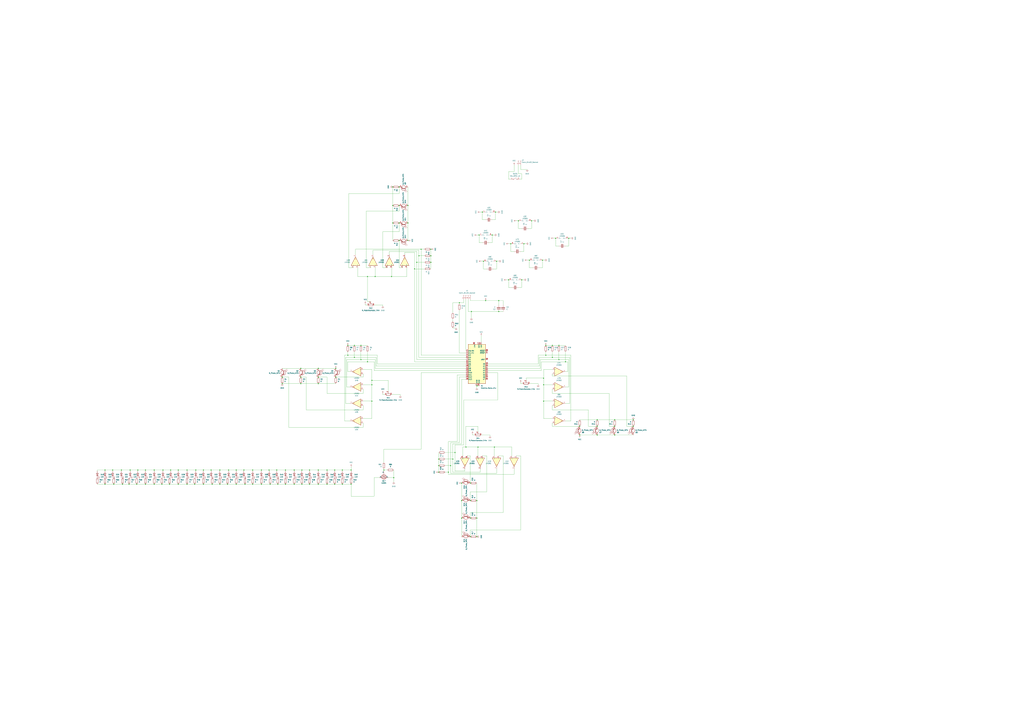
<source format=kicad_sch>
(kicad_sch (version 20250114) (generator "eeschema") (generator_version "9.0")
  (paper "A0")
  (junction (at 168.91 546.1))
  (junction (at 274.32 546.1))
  (junction (at 535.94 601.98))
  (junction (at 245.11 546.1))
  (junction (at 500.38 304.8))
  (junction (at 312.42 546.1))
  (junction (at 246.38 562.61))
  (junction (at 407.67 546.1))
  (junction (at 217.17 546.1))
  (junction (at 608.33 283.21))
  (junction (at 419.1 401.32))
  (junction (at 633.73 401.32))
  (junction (at 713.74 487.68))
  (junction (at 389.89 427.99))
  (junction (at 463.55 217.17))
  (junction (at 473.71 259.08))
  (junction (at 563.88 349.25))
  (junction (at 207.01 562.61))
  (junction (at 322.58 562.61))
  (junction (at 525.78 533.4))
  (junction (at 473.71 279.4))
  (junction (at 274.32 562.61))
  (junction (at 255.27 546.1))
  (junction (at 633.73 412.75))
  (junction (at 473.71 238.76))
  (junction (at 327.66 445.77))
  (junction (at 349.25 445.77))
  (junction (at 735.33 495.3))
  (junction (at 713.74 505.46))
  (junction (at 533.4 351.79))
  (junction (at 614.68 302.26))
  (junction (at 160.02 546.1))
  (junction (at 546.1 561.34))
  (junction (at 397.51 562.61))
  (junction (at 397.51 546.1))
  (junction (at 463.55 238.76))
  (junction (at 303.53 562.61))
  (junction (at 590.55 325.12))
  (junction (at 641.35 415.29))
  (junction (at 341.63 546.1))
  (junction (at 553.72 601.98))
  (junction (at 575.31 246.38))
  (junction (at 445.77 546.1))
  (junction (at 457.2 554.99))
  (junction (at 226.06 562.61))
  (junction (at 593.09 283.21))
  (junction (at 426.72 420.37))
  (junction (at 284.48 562.61))
  (junction (at 196.85 562.61))
  (junction (at 411.48 415.29))
  (junction (at 207.01 546.1))
  (junction (at 369.57 427.99))
  (junction (at 389.89 438.15))
  (junction (at 349.25 427.99))
  (junction (at 379.73 546.1))
  (junction (at 283.21 546.1))
  (junction (at 571.5 273.05))
  (junction (at 293.37 546.1))
  (junction (at 227.33 546.1))
  (junction (at 546.1 601.98))
  (junction (at 645.16 276.86))
  (junction (at 359.41 546.1))
  (junction (at 535.94 581.66))
  (junction (at 509.27 548.64))
  (junction (at 149.86 562.61))
  (junction (at 648.97 401.32))
  (junction (at 481.33 312.42))
  (junction (at 509.27 533.4))
  (junction (at 556.26 273.05))
  (junction (at 264.16 562.61))
  (junction (at 151.13 546.1))
  (junction (at 541.02 519.43))
  (junction (at 631.19 439.42))
  (junction (at 656.59 420.37))
  (junction (at 576.58 303.53))
  (junction (at 561.34 303.53))
  (junction (at 187.96 562.61))
  (junction (at 605.79 325.12))
  (junction (at 313.69 562.61))
  (junction (at 693.42 495.3))
  (junction (at 535.94 561.34))
  (junction (at 388.62 562.61))
  (junction (at 554.99 519.43))
  (junction (at 140.97 546.1))
  (junction (at 574.04 519.43))
  (junction (at 369.57 438.15))
  (junction (at 579.12 349.25))
  (junction (at 403.86 412.75))
  (junction (at 713.74 495.3))
  (junction (at 546.1 623.57))
  (junction (at 236.22 546.1))
  (junction (at 369.57 445.77))
  (junction (at 500.38 289.56))
  (junction (at 455.93 259.08))
  (junction (at 236.22 562.61))
  (junction (at 341.63 562.61))
  (junction (at 407.67 562.61))
  (junction (at 673.1 495.3))
  (junction (at 179.07 562.61))
  (junction (at 255.27 562.61))
  (junction (at 426.72 321.31))
  (junction (at 641.35 401.32))
  (junction (at 660.4 276.86))
  (junction (at 403.86 401.32))
  (junction (at 303.53 546.1))
  (junction (at 431.8 466.09))
  (junction (at 509.27 541.02))
  (junction (at 488.95 289.56))
  (junction (at 560.07 246.38))
  (junction (at 553.72 623.57))
  (junction (at 486.41 297.18))
  (junction (at 617.22 256.54))
  (junction (at 523.24 541.02))
  (junction (at 547.37 361.95))
  (junction (at 435.61 321.31))
  (junction (at 579.12 361.95))
  (junction (at 693.42 505.46))
  (junction (at 350.52 546.1))
  (junction (at 411.48 401.32))
  (junction (at 431.8 441.96))
  (junction (at 121.92 546.1))
  (junction (at 463.55 279.4))
  (junction (at 631.19 447.04))
  (junction (at 142.24 562.61))
  (junction (at 121.92 562.61))
  (junction (at 132.08 562.61))
  (junction (at 520.7 548.64))
  (junction (at 463.55 259.08))
  (junction (at 179.07 546.1))
  (junction (at 528.32 525.78))
  (junction (at 350.52 562.61))
  (junction (at 265.43 546.1))
  (junction (at 500.38 297.18))
  (junction (at 369.57 562.61))
  (junction (at 327.66 438.15))
  (junction (at 693.42 487.68))
  (junction (at 198.12 546.1))
  (junction (at 431.8 447.04))
  (junction (at 631.19 466.09))
  (junction (at 454.66 321.31))
  (junction (at 629.92 302.26))
  (junction (at 546.1 581.66))
  (junction (at 553.72 581.66))
  (junction (at 321.31 546.1))
  (junction (at 673.1 505.46))
  (junction (at 331.47 562.61))
  (junction (at 349.25 438.15))
  (junction (at 369.57 546.1))
  (junction (at 553.72 448.31))
  (junction (at 293.37 562.61))
  (junction (at 359.41 562.61))
  (junction (at 648.97 417.83))
  (junction (at 601.98 256.54))
  (junction (at 158.75 562.61))
  (junction (at 331.47 546.1))
  (junction (at 419.1 417.83))
  (junction (at 388.62 546.1))
  (junction (at 130.81 546.1))
  (junction (at 168.91 562.61))
  (junction (at 455.93 238.76))
  (junction (at 455.93 217.17))
  (junction (at 735.33 487.68))
  (junction (at 217.17 562.61))
  (junction (at 379.73 562.61))
  (junction (at 483.87 304.8))
  (junction (at 189.23 546.1))
  (wire (pts (xy 500.38 297.18) (xy 500.38 304.8)))
  (wire (pts (xy 388.62 562.61) (xy 397.51 562.61)))
  (wire (pts (xy 601.98 265.43) (xy 601.98 256.54)))
  (wire (pts (xy 618.49 311.15) (xy 614.68 311.15)))
  (wire (pts (xy 693.42 505.46) (xy 713.74 505.46)))
  (wire (pts (xy 541.02 440.69) (xy 535.94 440.69)))
  (wire (pts (xy 596.9 191.77) (xy 596.9 199.39)))
  (wire (pts (xy 557.53 548.64) (xy 557.53 544.83)))
  (wire (pts (xy 535.94 515.62) (xy 525.78 515.62)))
  (wire (pts (xy 546.1 529.59) (xy 546.1 561.34)))
  (wire (pts (xy 641.35 436.88) (xy 727.71 436.88)))
  (wire (pts (xy 567.69 281.94) (xy 571.5 281.94)))
  (wire (pts (xy 255.27 546.1) (xy 265.43 546.1)))
  (wire (pts (xy 379.73 546.1) (xy 369.57 546.1)))
  (wire (pts (xy 369.57 562.61) (xy 379.73 562.61)))
  (wire (pts (xy 179.07 546.1) (xy 179.07 547.37)))
  (wire (pts (xy 452.12 292.1) (xy 452.12 295.91)))
  (wire (pts (xy 435.61 427.99) (xy 541.02 427.99)))
  (wire (pts (xy 530.86 513.08) (xy 520.7 513.08)))
  (wire (pts (xy 509.27 541.02) (xy 509.27 533.4)))
  (wire (pts (xy 553.72 623.57) (xy 553.72 601.98)))
  (wire (pts (xy 530.86 435.61) (xy 541.02 435.61)))
  (wire (pts (xy 255.27 546.1) (xy 245.11 546.1)))
  (wire (pts (xy 426.72 420.37) (xy 434.34 420.37)))
  (wire (pts (xy 561.34 312.42) (xy 561.34 303.53)))
  (wire (pts (xy 735.33 487.68) (xy 713.74 487.68)))
  (wire (pts (xy 438.15 422.91) (xy 541.02 422.91)))
  (wire (pts (xy 355.6 476.25) (xy 355.6 438.15)))
  (wire (pts (xy 426.72 408.94) (xy 426.72 420.37)))
  (wire (pts (xy 121.92 546.1) (xy 113.03 546.1)))
  (wire (pts (xy 641.35 457.2) (xy 707.39 457.2)))
  (wire (pts (xy 543.56 361.95) (xy 547.37 361.95)))
  (wire (pts (xy 369.57 427.99) (xy 349.25 427.99)))
  (wire (pts (xy 400.05 412.75) (xy 400.05 488.95)))
  (wire (pts (xy 113.03 562.61) (xy 121.92 562.61)))
  (wire (pts (xy 538.48 516.89) (xy 538.48 464.82)))
  (wire (pts (xy 599.44 529.59) (xy 604.52 529.59)))
  (wire (pts (xy 419.1 417.83) (xy 435.61 417.83)))
  (wire (pts (xy 624.84 445.77) (xy 624.84 447.04)))
  (wire (pts (xy 488.95 289.56) (xy 488.95 412.75)))
  (wire (pts (xy 463.55 311.15) (xy 467.36 311.15)))
  (wire (pts (xy 312.42 546.1) (xy 312.42 547.37)))
  (wire (pts (xy 575.31 246.38) (xy 575.31 255.27)))
  (wire (pts (xy 566.42 422.91) (xy 624.84 422.91)))
  (wire (pts (xy 631.19 466.09) (xy 631.19 447.04)))
  (wire (pts (xy 516.89 548.64) (xy 520.7 548.64)))
  (wire (pts (xy 590.55 334.01) (xy 590.55 325.12)))
  (wire (pts (xy 113.03 546.1) (xy 113.03 547.37)))
  (wire (pts (xy 645.16 285.75) (xy 645.16 276.86)))
  (wire (pts (xy 641.35 471.17) (xy 641.35 476.25)))
  (wire (pts (xy 516.89 525.78) (xy 528.32 525.78)))
  (wire (pts (xy 574.04 529.59) (xy 574.04 519.43)))
  (wire (pts (xy 349.25 427.99) (xy 327.66 427.99)))
  (wire (pts (xy 313.69 562.61) (xy 322.58 562.61)))
  (wire (pts (xy 662.94 488.95) (xy 656.59 488.95)))
  (wire (pts (xy 293.37 562.61) (xy 303.53 562.61)))
  (wire (pts (xy 626.11 311.15) (xy 629.92 311.15)))
  (wire (pts (xy 546.1 615.95) (xy 546.1 623.57)))
  (wire (pts (xy 535.94 440.69) (xy 535.94 515.62)))
  (wire (pts (xy 227.33 546.1) (xy 227.33 547.37)))
  (wire (pts (xy 568.96 505.46) (xy 568.96 506.73)))
  (wire (pts (xy 656.59 420.37) (xy 659.13 420.37)))
  (wire (pts (xy 149.86 562.61) (xy 158.75 562.61)))
  (wire (pts (xy 629.92 302.26) (xy 629.92 311.15)))
  (wire (pts (xy 463.55 224.79) (xy 463.55 217.17)))
  (wire (pts (xy 483.87 304.8) (xy 483.87 417.83)))
  (wire (pts (xy 463.55 311.15) (xy 463.55 279.4)))
  (wire (pts (xy 553.72 581.66) (xy 553.72 561.34)))
  (wire (pts (xy 431.8 441.96) (xy 431.8 447.04)))
  (wire (pts (xy 217.17 562.61) (xy 226.06 562.61)))
  (wire (pts (xy 481.33 293.37) (xy 481.33 312.42)))
  (wire (pts (xy 355.6 438.15) (xy 349.25 438.15)))
  (wire (pts (xy 543.56 347.98) (xy 543.56 361.95)))
  (wire (pts (xy 481.33 420.37) (xy 541.02 420.37)))
  (wire (pts (xy 245.11 546.1) (xy 236.22 546.1)))
  (wire (pts (xy 596.9 551.18) (xy 596.9 544.83)))
  (wire (pts (xy 415.29 321.31) (xy 426.72 321.31)))
  (wire (pts (xy 693.42 495.3) (xy 683.26 495.3)))
  (wire (pts (xy 424.18 353.06) (xy 424.18 354.33)))
  (wire (pts (xy 641.35 495.3) (xy 673.1 495.3)))
  (wire (pts (xy 556.26 273.05) (xy 553.72 273.05)))
  (wire (pts (xy 656.59 285.75) (xy 660.4 285.75)))
  (wire (pts (xy 433.07 295.91) (xy 433.07 290.83)))
  (wire (pts (xy 421.64 429.26) (xy 431.8 429.26)))
  (wire (pts (xy 406.4 431.8) (xy 403.86 431.8)))
  (wire (pts (xy 525.78 533.4) (xy 525.78 548.64)))
  (wire (pts (xy 541.02 519.43) (xy 554.99 519.43)))
  (wire (pts (xy 331.47 546.1) (xy 321.31 546.1)))
  (wire (pts (xy 424.18 354.33) (xy 426.72 354.33)))
  (wire (pts (xy 426.72 350.52) (xy 430.53 350.52)))
  (wire (pts (xy 198.12 546.1) (xy 189.23 546.1)))
  (wire (pts (xy 626.11 415.29) (xy 626.11 425.45)))
  (wire (pts (xy 576.58 303.53) (xy 576.58 312.42)))
  (wire (pts (xy 293.37 546.1) (xy 283.21 546.1)))
  (wire (pts (xy 727.71 436.88) (xy 727.71 495.3)))
  (wire (pts (xy 617.22 256.54) (xy 619.76 256.54)))
  (wire (pts (xy 525.78 351.79) (xy 525.78 363.22)))
  (wire (pts (xy 533.4 353.06) (xy 533.4 351.79)))
  (wire (pts (xy 535.94 601.98) (xy 535.94 623.57)))
  (wire (pts (xy 605.79 265.43) (xy 601.98 265.43)))
  (wire (pts (xy 407.67 542.29) (xy 407.67 546.1)))
  (wire (pts (xy 546.1 581.66) (xy 546.1 571.5)))
  (wire (pts (xy 539.75 547.37) (xy 528.32 547.37)))
  (wire (pts (xy 626.11 415.29) (xy 641.35 415.29)))
  (wire (pts (xy 283.21 546.1) (xy 283.21 547.37)))
  (wire (pts (xy 121.92 562.61) (xy 132.08 562.61)))
  (wire (pts (xy 492.76 304.8) (xy 483.87 304.8)))
  (wire (pts (xy 379.73 457.2) (xy 421.64 457.2)))
  (wire (pts (xy 359.41 546.1) (xy 359.41 547.37)))
  (wire (pts (xy 464.82 458.47) (xy 464.82 459.74)))
  (wire (pts (xy 500.38 304.8) (xy 500.38 312.42)))
  (wire (pts (xy 656.59 408.94) (xy 656.59 420.37)))
  (wire (pts (xy 608.33 283.21) (xy 610.87 283.21)))
  (wire (pts (xy 264.16 562.61) (xy 274.32 562.61)))
  (wire (pts (xy 631.19 486.41) (xy 631.19 466.09)))
  (wire (pts (xy 641.35 466.09) (xy 631.19 466.09)))
  (wire (pts (xy 187.96 562.61) (xy 196.85 562.61)))
  (wire (pts (xy 648.97 401.32) (xy 656.59 401.32)))
  (wire (pts (xy 541.02 495.3) (xy 541.02 519.43)))
  (wire (pts (xy 430.53 311.15) (xy 425.45 311.15)))
  (wire (pts (xy 369.57 438.15) (xy 379.73 438.15)))
  (wire (pts (xy 593.09 292.1) (xy 593.09 283.21)))
  (wire (pts (xy 571.5 273.05) (xy 574.04 273.05)))
  (wire (pts (xy 541.02 347.98) (xy 541.02 407.67)))
  (wire (pts (xy 444.5 311.15) (xy 449.58 311.15)))
  (wire (pts (xy 457.2 546.1) (xy 457.2 554.99)))
  (wire (pts (xy 601.98 191.77) (xy 601.98 201.93)))
  (wire (pts (xy 486.41 415.29) (xy 541.02 415.29)))
  (wire (pts (xy 488.95 433.07) (xy 541.02 433.07)))
  (wire (pts (xy 312.42 546.1) (xy 303.53 546.1)))
  (wire (pts (xy 648.97 408.94) (xy 648.97 417.83)))
  (wire (pts (xy 584.2 595.63) (xy 546.1 595.63)))
  (wire (pts (xy 444.5 457.2) (xy 444.5 458.47)))
  (wire (pts (xy 401.32 415.29) (xy 411.48 415.29)))
  (wire (pts (xy 565.15 529.59) (xy 560.07 529.59)))
  (wire (pts (xy 546.1 529.59) (xy 542.29 529.59)))
  (wire (pts (xy 556.26 281.94) (xy 556.26 273.05)))
  (wire (pts (xy 537.21 519.43) (xy 541.02 519.43)))
  (wire (pts (xy 727.71 495.3) (xy 735.33 495.3)))
  (wire (pts (xy 434.34 354.33) (xy 444.5 354.33)))
  (wire (pts (xy 236.22 546.1) (xy 236.22 547.37)))
  (wire (pts (xy 411.48 408.94) (xy 411.48 415.29)))
  (wire (pts (xy 546.1 571.5) (xy 565.15 571.5)))
  (wire (pts (xy 321.31 546.1) (xy 321.31 547.37)))
  (wire (pts (xy 421.64 491.49) (xy 421.64 496.57)))
  (wire (pts (xy 434.34 420.37) (xy 434.34 430.53)))
  (wire (pts (xy 207.01 546.1) (xy 207.01 547.37)))
  (wire (pts (xy 528.32 516.89) (xy 528.32 525.78)))
  (wire (pts (xy 434.34 430.53) (xy 541.02 430.53)))
  (wire (pts (xy 541.02 438.15) (xy 533.4 438.15)))
  (wire (pts (xy 481.33 312.42) (xy 481.33 420.37)))
  (wire (pts (xy 560.07 246.38) (xy 557.53 246.38)))
  (wire (pts (xy 421.64 486.41) (xy 431.8 486.41)))
  (wire (pts (xy 707.39 457.2) (xy 707.39 495.3)))
  (wire (pts (xy 539.75 544.83) (xy 539.75 547.37)))
  (wire (pts (xy 189.23 546.1) (xy 179.07 546.1)))
  (wire (pts (xy 547.37 361.95) (xy 579.12 361.95)))
  (wire (pts (xy 140.97 546.1) (xy 130.81 546.1)))
  (wire (pts (xy 641.35 486.41) (xy 631.19 486.41)))
  (wire (pts (xy 661.67 468.63) (xy 661.67 415.29)))
  (wire (pts (xy 641.35 491.49) (xy 641.35 495.3)))
  (wire (pts (xy 488.95 521.97) (xy 488.95 433.07)))
  (wire (pts (xy 594.36 529.59) (xy 594.36 519.43)))
  (wire (pts (xy 168.91 562.61) (xy 179.07 562.61)))
  (wire (pts (xy 341.63 546.1) (xy 331.47 546.1)))
  (wire (pts (xy 627.38 427.99) (xy 627.38 417.83)))
  (wire (pts (xy 594.36 334.01) (xy 590.55 334.01)))
  (wire (pts (xy 463.55 269.24) (xy 444.5 269.24)))
  (wire (pts (xy 130.81 546.1) (xy 130.81 547.37)))
  (wire (pts (xy 331.47 562.61) (xy 341.63 562.61)))
  (wire (pts (xy 553.72 448.31) (xy 553.72 450.85)))
  (wire (pts (xy 571.5 255.27) (xy 575.31 255.27)))
  (wire (pts (xy 207.01 546.1) (xy 198.12 546.1)))
  (wire (pts (xy 369.57 445.77) (xy 389.89 445.77)))
  (wire (pts (xy 436.88 425.45) (xy 541.02 425.45)))
  (wire (pts (xy 656.59 431.8) (xy 659.13 431.8)))
  (wire (pts (xy 565.15 571.5) (xy 565.15 529.59)))
  (wire (pts (xy 535.94 561.34) (xy 535.94 581.66)))
  (wire (pts (xy 483.87 292.1) (xy 483.87 304.8)))
  (wire (pts (xy 227.33 546.1) (xy 217.17 546.1)))
  (wire (pts (xy 576.58 549.91) (xy 523.24 549.91)))
  (wire (pts (xy 492.76 297.18) (xy 486.41 297.18)))
  (wire (pts (xy 525.78 515.62) (xy 525.78 533.4)))
  (wire (pts (xy 151.13 546.1) (xy 151.13 547.37)))
  (wire (pts (xy 584.2 354.33) (xy 584.2 349.25)))
  (wire (pts (xy 576.58 303.53) (xy 579.12 303.53)))
  (wire (pts (xy 548.64 504.19) (xy 548.64 505.46)))
  (wire (pts (xy 604.52 196.85) (xy 612.14 196.85)))
  (wire (pts (xy 604.52 444.5) (xy 604.52 445.77)))
  (wire (pts (xy 405.13 224.79) (xy 463.55 224.79)))
  (wire (pts (xy 283.21 546.1) (xy 274.32 546.1)))
  (wire (pts (xy 440.69 554.99) (xy 434.34 554.99)))
  (wire (pts (xy 558.8 505.46) (xy 568.96 505.46)))
  (wire (pts (xy 601.98 201.93) (xy 605.79 201.93)))
  (wire (pts (xy 401.32 468.63) (xy 401.32 415.29)))
  (wire (pts (xy 488.95 289.56) (xy 412.75 289.56)))
  (wire (pts (xy 421.64 457.2) (xy 421.64 452.12)))
  (wire (pts (xy 463.55 245.11) (xy 463.55 238.76)))
  (wire (pts (xy 411.48 415.29) (xy 436.88 415.29)))
  (wire (pts (xy 435.61 311.15) (xy 435.61 321.31)))
  (wire (pts (xy 402.59 417.83) (xy 402.59 449.58)))
  (wire (pts (xy 535.94 581.66) (xy 535.94 601.98)))
  (wire (pts (xy 601.98 256.54) (xy 599.44 256.54)))
  (wire (pts (xy 605.79 208.28) (xy 603.25 208.28)))
  (wire (pts (xy 533.4 438.15) (xy 533.4 514.35)))
  (wire (pts (xy 628.65 420.37) (xy 656.59 420.37)))
  (wire (pts (xy 445.77 521.97) (xy 488.95 521.97)))
  (wire (pts (xy 492.76 289.56) (xy 488.95 289.56)))
  (wire (pts (xy 563.88 349.25) (xy 579.12 349.25)))
  (wire (pts (xy 455.93 259.08) (xy 455.93 279.4)))
  (wire (pts (xy 410.21 311.15) (xy 405.13 311.15)))
  (wire (pts (xy 179.07 562.61) (xy 187.96 562.61)))
  (wire (pts (xy 516.89 533.4) (xy 525.78 533.4)))
  (wire (pts (xy 633.73 401.32) (xy 641.35 401.32)))
  (wire (pts (xy 525.78 548.64) (xy 557.53 548.64)))
  (wire (pts (xy 142.24 562.61) (xy 149.86 562.61)))
  (wire (pts (xy 596.9 292.1) (xy 593.09 292.1)))
  (wire (pts (xy 610.87 441.96) (xy 610.87 439.42)))
  (wire (pts (xy 168.91 546.1) (xy 168.91 547.37)))
  (wire (pts (xy 571.5 273.05) (xy 571.5 281.94)))
  (wire (pts (xy 577.85 433.07) (xy 577.85 464.82)))
  (wire (pts (xy 434.34 576.58) (xy 434.34 554.99)))
  (wire (pts (xy 1247.14 15.24) (xy 1247.14 29.21)))
  (wire (pts (xy 327.66 445.77) (xy 349.25 445.77)))
  (wire (pts (xy 168.91 546.1) (xy 160.02 546.1)))
  (wire (pts (xy 431.8 466.09) (xy 431.8 447.04)))
  (wire (pts (xy 350.52 562.61) (xy 359.41 562.61)))
  (wire (pts (xy 445.77 546.1) (xy 445.77 547.37)))
  (wire (pts (xy 151.13 546.1) (xy 140.97 546.1)))
  (wire (pts (xy 454.66 321.31) (xy 454.66 311.15)))
  (wire (pts (xy 444.5 354.33) (xy 444.5 355.6)))
  (wire (pts (xy 604.52 191.77) (xy 604.52 196.85)))
  (wire (pts (xy 226.06 562.61) (xy 236.22 562.61)))
  (wire (pts (xy 683.26 476.25) (xy 641.35 476.25)))
  (wire (pts (xy 631.19 429.26) (xy 631.19 439.42)))
  (wire (pts (xy 576.58 544.83) (xy 576.58 549.91)))
  (wire (pts (xy 425.45 311.15) (xy 425.45 245.11)))
  (wire (pts (xy 407.67 546.1) (xy 407.67 547.37)))
  (wire (pts (xy 604.52 615.95) (xy 546.1 615.95)))
  (wire (pts (xy 594.36 519.43) (xy 574.04 519.43)))
  (wire (pts (xy 421.64 471.17) (xy 421.64 476.25)))
  (wire (pts (xy 533.4 351.79) (xy 538.48 351.79)))
  (wire (pts (xy 303.53 562.61) (xy 313.69 562.61)))
  (wire (pts (xy 303.53 546.1) (xy 303.53 547.37)))
  (wire (pts (xy 379.73 546.1) (xy 379.73 547.37)))
  (wire (pts (xy 707.39 495.3) (xy 713.74 495.3)))
  (wire (pts (xy 554.99 495.3) (xy 541.02 495.3)))
  (wire (pts (xy 196.85 562.61) (xy 207.01 562.61)))
  (wire (pts (xy 303.53 546.1) (xy 293.37 546.1)))
  (wire (pts (xy 438.15 422.91) (xy 438.15 412.75)))
  (wire (pts (xy 584.2 529.59) (xy 584.2 595.63)))
  (wire (pts (xy 469.9 295.91) (xy 469.9 293.37)))
  (wire (pts (xy 265.43 546.1) (xy 265.43 547.37)))
  (wire (pts (xy 274.32 562.61) (xy 284.48 562.61)))
  (wire (pts (xy 500.38 289.56) (xy 500.38 297.18)))
  (wire (pts (xy 558.8 389.89) (xy 558.8 397.51)))
  (wire (pts (xy 530.86 513.08) (xy 530.86 435.61)))
  (wire (pts (xy 673.1 505.46) (xy 693.42 505.46)))
  (wire (pts (xy 444.5 458.47) (xy 447.04 458.47)))
  (wire (pts (xy 483.87 417.83) (xy 541.02 417.83)))
  (wire (pts (xy 132.08 562.61) (xy 142.24 562.61)))
  (wire (pts (xy 538.48 464.82) (xy 577.85 464.82)))
  (wire (pts (xy 425.45 245.11) (xy 463.55 245.11)))
  (wire (pts (xy 525.78 370.84) (xy 525.78 373.38)))
  (wire (pts (xy 160.02 546.1) (xy 151.13 546.1)))
  (wire (pts (xy 121.92 546.1) (xy 121.92 547.37)))
  (wire (pts (xy 520.7 513.08) (xy 520.7 548.64)))
  (wire (pts (xy 553.72 448.31) (xy 556.26 448.31)))
  (wire (pts (xy 546.1 349.25) (xy 563.88 349.25)))
  (wire (pts (xy 546.1 347.98) (xy 546.1 349.25)))
  (wire (pts (xy 560.07 281.94) (xy 556.26 281.94)))
  (wire (pts (xy 548.64 505.46) (xy 551.18 505.46)))
  (wire (pts (xy 560.07 255.27) (xy 560.07 246.38)))
  (wire (pts (xy 627.38 417.83) (xy 648.97 417.83)))
  (wire (pts (xy 421.64 438.15) (xy 421.64 434.34)))
  (wire (pts (xy 473.71 238.76) (xy 473.71 217.17)))
  (wire (pts (xy 421.64 466.09) (xy 431.8 466.09)))
  (wire (pts (xy 516.89 541.02) (xy 523.24 541.02)))
  (wire (pts (xy 629.92 302.26) (xy 632.46 302.26)))
  (wire (pts (xy 397.51 546.1) (xy 388.62 546.1)))
  (wire (pts (xy 566.42 427.99) (xy 627.38 427.99)))
  (wire (pts (xy 426.72 321.31) (xy 435.61 321.31)))
  (wire (pts (xy 245.11 546.1) (xy 245.11 547.37)))
  (wire (pts (xy 641.35 429.26) (xy 631.19 429.26)))
  (wire (pts (xy 693.42 487.68) (xy 673.1 487.68)))
  (wire (pts (xy 614.68 445.77) (xy 624.84 445.77)))
  (wire (pts (xy 566.42 425.45) (xy 626.11 425.45)))
  (wire (pts (xy 341.63 546.1) (xy 341.63 547.37)))
  (wire (pts (xy 525.78 351.79) (xy 533.4 351.79)))
  (wire (pts (xy 593.09 283.21) (xy 590.55 283.21)))
  (wire (pts (xy 605.79 325.12) (xy 608.33 325.12)))
  (wire (pts (xy 523.24 514.35) (xy 533.4 514.35)))
  (wire (pts (xy 537.21 529.59) (xy 537.21 519.43)))
  (wire (pts (xy 426.72 321.31) (xy 426.72 350.52)))
  (wire (pts (xy 584.2 349.25) (xy 579.12 349.25)))
  (wire (pts (xy 641.35 457.2) (xy 641.35 452.12)))
  (wire (pts (xy 473.71 259.08) (xy 473.71 238.76)))
  (wire (pts (xy 523.24 541.02) (xy 523.24 549.91)))
  (wire (pts (xy 433.07 290.83) (xy 486.41 290.83)))
  (wire (pts (xy 455.93 238.76) (xy 455.93 259.08)))
  (wire (pts (xy 604.52 445.77) (xy 607.06 445.77)))
  (wire (pts (xy 403.86 401.32) (xy 411.48 401.32)))
  (wire (pts (xy 359.41 562.61) (xy 369.57 562.61)))
  (wire (pts (xy 400.05 488.95) (xy 406.4 488.95)))
  (wire (pts (xy 546.1 595.63) (xy 546.1 601.98)))
  (wire (pts (xy 633.73 412.75) (xy 662.94 412.75)))
  (wire (pts (xy 713.74 505.46) (xy 735.33 505.46)))
  (wire (pts (xy 613.41 265.43) (xy 617.22 265.43)))
  (wire (pts (xy 608.33 283.21) (xy 608.33 292.1)))
  (wire (pts (xy 403.86 412.75) (xy 438.15 412.75)))
  (wire (pts (xy 435.61 427.99) (xy 435.61 417.83)))
  (wire (pts (xy 472.44 311.15) (xy 472.44 321.31)))
  (wire (pts (xy 590.55 199.39) (xy 590.55 208.28)))
  (wire (pts (xy 641.35 415.29) (xy 661.67 415.29)))
  (wire (pts (xy 400.05 412.75) (xy 403.86 412.75)))
  (wire (pts (xy 572.77 312.42) (xy 576.58 312.42)))
  (wire (pts (xy 575.31 246.38) (xy 577.85 246.38)))
  (wire (pts (xy 463.55 259.08) (xy 463.55 269.24)))
  (wire (pts (xy 454.66 458.47) (xy 464.82 458.47)))
  (wire (pts (xy 436.88 415.29) (xy 436.88 425.45)))
  (wire (pts (xy 579.12 529.59) (xy 584.2 529.59)))
  (wire (pts (xy 561.34 303.53) (xy 558.8 303.53)))
  (wire (pts (xy 389.89 427.99) (xy 369.57 427.99)))
  (wire (pts (xy 648.97 285.75) (xy 645.16 285.75)))
  (wire (pts (xy 486.41 290.83) (xy 486.41 297.18)))
  (wire (pts (xy 403.86 420.37) (xy 426.72 420.37)))
  (wire (pts (xy 641.35 401.32) (xy 648.97 401.32)))
  (wire (pts (xy 431.8 447.04) (xy 421.64 447.04)))
  (wire (pts (xy 435.61 321.31) (xy 454.66 321.31)))
  (wire (pts (xy 335.28 438.15) (xy 327.66 438.15)))
  (wire (pts (xy 713.74 487.68) (xy 693.42 487.68)))
  (wire (pts (xy 198.12 546.1) (xy 198.12 547.37)))
  (wire (pts (xy 350.52 546.1) (xy 341.63 546.1)))
  (wire (pts (xy 590.55 325.12) (xy 588.01 325.12)))
  (wire (pts (xy 631.19 447.04) (xy 641.35 447.04)))
  (wire (pts (xy 407.67 576.58) (xy 434.34 576.58)))
  (wire (pts (xy 538.48 347.98) (xy 538.48 351.79)))
  (wire (pts (xy 421.64 496.57) (xy 335.28 496.57)))
  (wire (pts (xy 274.32 546.1) (xy 265.43 546.1)))
  (wire (pts (xy 617.22 256.54) (xy 617.22 265.43)))
  (wire (pts (xy 419.1 401.32) (xy 426.72 401.32)))
  (wire (pts (xy 450.85 441.96) (xy 431.8 441.96)))
  (wire (pts (xy 660.4 449.58) (xy 656.59 449.58)))
  (wire (pts (xy 554.99 519.43) (xy 554.99 529.59)))
  (wire (pts (xy 641.35 408.94) (xy 641.35 415.29)))
  (wire (pts (xy 457.2 554.99) (xy 457.2 560.07)))
  (wire (pts (xy 523.24 514.35) (xy 523.24 541.02)))
  (wire (pts (xy 407.67 562.61) (xy 407.67 576.58)))
  (wire (pts (xy 179.07 546.1) (xy 168.91 546.1)))
  (wire (pts (xy 486.41 297.18) (xy 486.41 415.29)))
  (wire (pts (xy 614.68 302.26) (xy 612.14 302.26)))
  (wire (pts (xy 483.87 292.1) (xy 452.12 292.1)))
  (wire (pts (xy 656.59 468.63) (xy 661.67 468.63)))
  (wire (pts (xy 431.8 429.26) (xy 431.8 441.96)))
  (wire (pts (xy 605.79 201.93) (xy 605.79 208.28)))
  (wire (pts (xy 449.58 546.1) (xy 445.77 546.1)))
  (wire (pts (xy 158.75 562.61) (xy 168.91 562.61)))
  (wire (pts (xy 217.17 546.1) (xy 207.01 546.1)))
  (wire (pts (xy 577.85 433.07) (xy 566.42 433.07)))
  (wire (pts (xy 255.27 562.61) (xy 264.16 562.61)))
  (wire (pts (xy 331.47 546.1) (xy 331.47 547.37)))
  (wire (pts (xy 405.13 311.15) (xy 405.13 224.79)))
  (wire (pts (xy 624.84 412.75) (xy 633.73 412.75)))
  (wire (pts (xy 509.27 533.4) (xy 509.27 525.78)))
  (wire (pts (xy 579.12 349.25) (xy 579.12 354.33)))
  (wire (pts (xy 660.4 276.86) (xy 660.4 285.75)))
  (wire (pts (xy 415.29 311.15) (xy 415.29 321.31)))
  (wire (pts (xy 246.38 562.61) (xy 255.27 562.61)))
  (wire (pts (xy 322.58 562.61) (xy 331.47 562.61)))
  (wire (pts (xy 565.15 312.42) (xy 561.34 312.42)))
  (wire (pts (xy 469.9 293.37) (xy 481.33 293.37)))
  (wire (pts (xy 445.77 537.21) (xy 445.77 521.97)))
  (wire (pts (xy 610.87 439.42) (xy 631.19 439.42)))
  (wire (pts (xy 397.51 562.61) (xy 407.67 562.61)))
  (wire (pts (xy 421.64 438.15) (xy 389.89 438.15)))
  (wire (pts (xy 525.78 381) (xy 529.59 381)))
  (wire (pts (xy 528.32 516.89) (xy 538.48 516.89)))
  (wire (pts (xy 445.77 544.83) (xy 445.77 546.1)))
  (wire (pts (xy 406.4 468.63) (xy 401.32 468.63)))
  (wire (pts (xy 554.99 501.65) (xy 554.99 495.3)))
  (wire (pts (xy 596.9 199.39) (xy 590.55 199.39)))
  (wire (pts (xy 604.52 529.59) (xy 604.52 615.95)))
  (wire (pts (xy 397.51 546.1) (xy 397.51 547.37)))
  (wire (pts (xy 520.7 548.64) (xy 520.7 551.18)))
  (wire (pts (xy 274.32 546.1) (xy 274.32 547.37)))
  (wire (pts (xy 369.57 546.1) (xy 359.41 546.1)))
  (wire (pts (xy 403.86 431.8) (xy 403.86 420.37)))
  (wire (pts (xy 662.94 412.75) (xy 662.94 488.95)))
  (wire (pts (xy 614.68 311.15) (xy 614.68 302.26)))
  (wire (pts (xy 236.22 546.1) (xy 227.33 546.1)))
  (wire (pts (xy 160.02 546.1) (xy 160.02 547.37)))
  (wire (pts (xy 628.65 420.37) (xy 628.65 430.53)))
  (wire (pts (xy 660.4 276.86) (xy 662.94 276.86)))
  (wire (pts (xy 541.02 410.21) (xy 533.4 410.21)))
  (wire (pts (xy 645.16 276.86) (xy 642.62 276.86)))
  (wire (pts (xy 624.84 422.91) (xy 624.84 412.75)))
  (wire (pts (xy 566.42 430.53) (xy 628.65 430.53)))
  (wire (pts (xy 528.32 525.78) (xy 528.32 547.37)))
  (wire (pts (xy 207.01 562.61) (xy 217.17 562.61)))
  (wire (pts (xy 601.98 334.01) (xy 605.79 334.01)))
  (wire (pts (xy 411.48 401.32) (xy 419.1 401.32)))
  (wire (pts (xy 455.93 217.17) (xy 455.93 238.76)))
  (wire (pts (xy 419.1 408.94) (xy 419.1 417.83)))
  (wire (pts (xy 520.7 551.18) (xy 596.9 551.18)))
  (wire (pts (xy 553.72 601.98) (xy 553.72 581.66)))
  (wire (pts (xy 284.48 562.61) (xy 293.37 562.61)))
  (wire (pts (xy 454.66 321.31) (xy 472.44 321.31)))
  (wire (pts (xy 402.59 417.83) (xy 419.1 417.83)))
  (wire (pts (xy 369.57 546.1) (xy 369.57 547.37)))
  (wire (pts (xy 379.73 562.61) (xy 388.62 562.61)))
  (wire (pts (xy 421.64 476.25) (xy 355.6 476.25)))
  (wire (pts (xy 350.52 546.1) (xy 350.52 547.37)))
  (wire (pts (xy 450.85 454.66) (xy 450.85 441.96)))
  (wire (pts (xy 412.75 289.56) (xy 412.75 295.91)))
  (wire (pts (xy 236.22 562.61) (xy 246.38 562.61)))
  (wire (pts (xy 140.97 546.1) (xy 140.97 547.37)))
  (wire (pts (xy 641.35 436.88) (xy 641.35 434.34)))
  (wire (pts (xy 321.31 546.1) (xy 312.42 546.1)))
  (wire (pts (xy 402.59 449.58) (xy 406.4 449.58)))
  (wire (pts (xy 648.97 417.83) (xy 660.4 417.83)))
  (wire (pts (xy 444.5 269.24) (xy 444.5 311.15)))
  (wire (pts (xy 488.95 412.75) (xy 541.02 412.75)))
  (wire (pts (xy 659.13 431.8) (xy 659.13 420.37)))
  (wire (pts (xy 388.62 546.1) (xy 388.62 547.37)))
  (wire (pts (xy 341.63 562.61) (xy 350.52 562.61)))
  (wire (pts (xy 492.76 312.42) (xy 481.33 312.42)))
  (wire (pts (xy 533.4 360.68) (xy 533.4 410.21)))
  (wire (pts (xy 604.52 292.1) (xy 608.33 292.1)))
  (wire (pts (xy 388.62 546.1) (xy 379.73 546.1)))
  (wire (pts (xy 359.41 546.1) (xy 350.52 546.1)))
  (wire (pts (xy 605.79 325.12) (xy 605.79 334.01)))
  (wire (pts (xy 563.88 255.27) (xy 560.07 255.27)))
  (wire (pts (xy 450.85 554.99) (xy 457.2 554.99)))
  (wire (pts (xy 403.86 408.94) (xy 403.86 412.75)))
  (wire (pts (xy 547.37 361.95) (xy 547.37 369.57)))
  (wire (pts (xy 660.4 417.83) (xy 660.4 449.58)))
  (wire (pts (xy 473.71 279.4) (xy 473.71 259.08)))
  (wire (pts (xy 683.26 495.3) (xy 683.26 476.25)))
  (wire (pts (xy 379.73 438.15) (xy 379.73 457.2)))
  (wire (pts (xy 349.25 445.77) (xy 369.57 445.77)))
  (wire (pts (xy 407.67 546.1) (xy 397.51 546.1)))
  (wire (pts (xy 255.27 546.1) (xy 255.27 547.37)))
  (wire (pts (xy 130.81 546.1) (xy 121.92 546.1)))
  (wire (pts (xy 217.17 546.1) (xy 217.17 547.37)))
  (wire (pts (xy 590.55 208.28) (xy 593.09 208.28)))
  (wire (pts (xy 509.27 548.64) (xy 509.27 541.02)))
  (wire (pts (xy 335.28 496.57) (xy 335.28 438.15)))
  (wire (pts (xy 189.23 546.1) (xy 189.23 547.37)))
  (wire (pts (xy 631.19 439.42) (xy 631.19 447.04)))
  (wire (pts (xy 431.8 486.41) (xy 431.8 466.09)))
  (wire (pts (xy 633.73 408.94) (xy 633.73 412.75)))
  (wire (pts (xy 574.04 519.43) (xy 554.99 519.43)))
  (wire (pts (xy 293.37 546.1) (xy 293.37 547.37)))
  (wire (pts (xy 579.12 361.95) (xy 584.2 361.95)))
  (symbol (lib_id "Device:C") (at 622.3 311.15 90) (unit 1)
    (property "Reference" "C8" (at 621.0299 307.34 0) (effects (justify left)))
    (property "Value" "C" (at 623.5699 307.34 0) (effects (justify left)))
    (property "Footprint" "Capacitor_SMD:C_0603_1608Metric" (effects (hide yes)))
    (property "Description" "Unpolarized capacitor" (effects (hide yes)))
  )
  (symbol (lib_id "Device:R") (at 121.92 558.8 0) (unit 1)
    (property "Reference" "R65" (at 124.46 557.5299 0) (effects (justify left)))
    (property "Value" "R" (at 124.46 560.0699 0) (effects (justify left)))
    (property "Footprint" "Resistor_SMD:R_0603_1608Metric_Pad0.98x0.95mm_HandSolder" (effects (hide yes)))
    (property "Description" "Resistor" (effects (hide yes)))
  )
  (symbol (lib_id "power:VCC") (at 509.27 548.64 90) (mirror x) (unit 1)
    (property "Reference" "#PWR013" (effects (hide yes)))
    (property "Value" "VCC" (at 504.19 548.64 0))
    (property "Description" "Power symbol creates a global label with name \"VCC\"" (effects (hide yes)))
  )
  (symbol (lib_id "Device:R") (at 158.75 558.8 0) (unit 1)
    (property "Reference" "R58" (at 161.29 557.5299 0) (effects (justify left)))
    (property "Value" "R" (at 161.29 560.0699 0) (effects (justify left)))
    (property "Footprint" "Resistor_SMD:R_0603_1608Metric_Pad0.98x0.95mm_HandSolder" (effects (hide yes)))
    (property "Description" "Resistor" (effects (hide yes)))
  )
  (symbol (lib_id "Device:R") (at 226.06 558.8 0) (unit 1)
    (property "Reference" "R48" (at 228.6 557.5299 0) (effects (justify left)))
    (property "Value" "R" (at 228.6 560.0699 0) (effects (justify left)))
    (property "Footprint" "Resistor_SMD:R_0603_1608Metric_Pad0.98x0.95mm_HandSolder" (effects (hide yes)))
    (property "Description" "Resistor" (effects (hide yes)))
  )
  (symbol (lib_id "power:VCC") (at 604.52 444.5 0) (unit 1)
    (property "Reference" "#PWR019" (effects (hide yes)))
    (property "Value" "VCC" (at 604.52 439.42 0))
    (property "Description" "Power symbol creates a global label with name \"VCC\"" (effects (hide yes)))
  )
  (symbol (lib_id "Device:R") (at 533.4 356.87 0) (unit 1)
    (property "Reference" "R49" (at 535.94 355.5999 0) (effects (justify left)))
    (property "Value" "R" (at 535.94 358.1399 0) (effects (justify left)))
    (property "Footprint" "Resistor_THT:R_Axial_DIN0207_L6.3mm_D2.5mm_P7.62mm_Horizontal" (effects (hide yes)))
    (property "Description" "Resistor" (effects (hide yes)))
  )
  (symbol (lib_id "Device:Q_Photo_NPN") (at 372.11 433.07 0) (mirror y) (unit 1)
    (property "Reference" "Q3" (at 367.03 431.0506 0) (effects (justify left)))
    (property "Value" "Q_Photo_NPN" (at 367.03 433.5906 0) (effects (justify left)))
    (property "Footprint" "NJL7502R:NJL7502R" (effects (hide yes)))
    (property "Description" "NPN phototransistor, collector/emitter" (effects (hide yes)))
  )
  (symbol (lib_id "Device:R") (at 513.08 541.02 90) (unit 1)
    (property "Reference" "R30" (at 511.8099 538.48 0) (effects (justify left)))
    (property "Value" "R" (at 514.3499 538.48 0) (effects (justify left)))
    (property "Footprint" "Resistor_SMD:R_0603_1608Metric_Pad0.98x0.95mm_HandSolder" (effects (hide yes)))
    (property "Description" "Resistor" (effects (hide yes)))
  )
  (symbol (lib_id "power:VCC") (at 403.86 401.32 0) (mirror y) (unit 1)
    (property "Reference" "#PWR01" (effects (hide yes)))
    (property "Value" "VCC" (at 403.86 396.24 0))
    (property "Description" "Power symbol creates a global label with name \"VCC\"" (effects (hide yes)))
  )
  (symbol (lib_id "power:GND") (at 327.66 445.77 0) (unit 1)
    (property "Reference" "#PWR03" (effects (hide yes)))
    (property "Value" "GND" (at 327.66 450.85 0))
    (property "Description" "Power symbol creates a global label with name \"GND\" , ground" (effects (hide yes)))
  )
  (symbol (lib_id "Device:R") (at 403.86 405.13 0) (unit 1)
    (property "Reference" "R8" (at 406.4 403.8599 0) (effects (justify left)))
    (property "Value" "R" (at 406.4 406.3999 0) (effects (justify left)))
    (property "Footprint" "Resistor_SMD:R_0603_1608Metric_Pad0.98x0.95mm_HandSolder" (effects (hide yes)))
    (property "Description" "Resistor" (effects (hide yes)))
  )
  (symbol (lib_id "Device:R") (at 513.08 525.78 90) (unit 1)
    (property "Reference" "R32" (at 511.8099 523.24 0) (effects (justify left)))
    (property "Value" "R" (at 514.3499 523.24 0) (effects (justify left)))
    (property "Footprint" "Resistor_SMD:R_0603_1608Metric_Pad0.98x0.95mm_HandSolder" (effects (hide yes)))
    (property "Description" "Resistor" (effects (hide yes)))
  )
  (symbol (lib_id "Device:R") (at 196.85 558.8 0) (unit 1)
    (property "Reference" "R62" (at 199.39 557.5299 0) (effects (justify left)))
    (property "Value" "R" (at 199.39 560.0699 0) (effects (justify left)))
    (property "Footprint" "Resistor_SMD:R_0603_1608Metric_Pad0.98x0.95mm_HandSolder" (effects (hide yes)))
    (property "Description" "Resistor" (effects (hide yes)))
  )
  (symbol (lib_id "Device:LED") (at 179.07 551.18 90) (unit 1)
    (property "Reference" "D25" (at 182.88 551.4974 90) (effects (justify right)))
    (property "Value" "LED" (at 182.88 554.0374 90) (effects (justify right)))
    (property "Footprint" "LED_SMD:LED_0603_1608Metric" (effects (hide yes)))
    (property "Description" "Light emitting diode" (effects (hide yes)))
    (property "Sim.Pins" "1=K 2=A" (effects (hide yes)))
  )
  (symbol (lib_id "Simulation_SPICE:NMOS") (at 445.77 552.45 90) (mirror x) (unit 1)
    (property "Reference" "Q17" (at 445.77 558.8 90))
    (property "Value" "NMOS" (at 445.77 561.34 90))
    (property "Footprint" "Package_TO_SOT_THT:TO-251-3-1EP_Horizontal_TabDown" (effects (hide yes)))
    (property "Datasheet" "https://ngspice.sourceforge.io/docs/ngspice-html-manual/manual.xhtml#cha_MOSFETs" (effects (hide yes)))
    (property "Description" "N-MOSFET transistor, drain/source/gate" (effects (hide yes)))
    (property "Sim.Device" "NMOS" (effects (hide yes)))
    (property "Sim.Type" "VDMOS" (effects (hide yes)))
    (property "Sim.Pins" "1=D 2=G 3=S" (effects (hide yes)))
  )
  (symbol (lib_id "power:VCC") (at 557.53 246.38 90) (unit 1)
    (property "Reference" "#PWR030" (effects (hide yes)))
    (property "Value" "VCC" (at 552.45 246.38 0))
    (property "Description" "Power symbol creates a global label with name \"VCC\"" (effects (hide yes)))
  )
  (symbol (lib_id "Device:Q_Photo_NPN") (at 541.02 599.44 90) (mirror x) (unit 1)
    (property "Reference" "Q14" (at 539.0006 604.52 0) (effects (justify left)))
    (property "Value" "Q_Photo_NPN" (at 541.5406 604.52 0) (effects (justify left)))
    (property "Footprint" "NJL7502R:NJL7502R" (effects (hide yes)))
    (property "Description" "NPN phototransistor, collector/emitter" (effects (hide yes)))
  )
  (symbol (lib_id "Device:LED") (at 160.02 551.18 90) (unit 1)
    (property "Reference" "D23" (at 163.83 551.4974 90) (effects (justify right)))
    (property "Value" "LED" (at 163.83 554.0374 90) (effects (justify right)))
    (property "Footprint" "LED_SMD:LED_0603_1608Metric" (effects (hide yes)))
    (property "Description" "Light emitting diode" (effects (hide yes)))
    (property "Sim.Pins" "1=K 2=A" (effects (hide yes)))
  )
  (symbol (lib_id "Device:Q_Photo_NPN") (at 711.2 500.38 0) (mirror x) (unit 1)
    (property "Reference" "Q6" (at 716.28 502.3994 0) (effects (justify left)))
    (property "Value" "Q_Photo_NPN" (at 716.28 499.8594 0) (effects (justify left)))
    (property "Footprint" "NJL7502R:NJL7502R" (effects (hide yes)))
    (property "Description" "NPN phototransistor, collector/emitter" (effects (hide yes)))
  )
  (symbol (lib_id "Device:R") (at 217.17 558.8 0) (unit 1)
    (property "Reference" "R47" (at 219.71 557.5299 0) (effects (justify left)))
    (property "Value" "R" (at 219.71 560.0699 0) (effects (justify left)))
    (property "Footprint" "Resistor_SMD:R_0603_1608Metric_Pad0.98x0.95mm_HandSolder" (effects (hide yes)))
    (property "Description" "Resistor" (effects (hide yes)))
  )
  (symbol (lib_id "power:VCC") (at 553.72 273.05 90) (unit 1)
    (property "Reference" "#PWR034" (effects (hide yes)))
    (property "Value" "VCC" (at 548.64 273.05 0))
    (property "Description" "Power symbol creates a global label with name \"VCC\"" (effects (hide yes)))
  )
  (symbol (lib_id "Device:LED") (at 359.41 551.18 90) (unit 1)
    (property "Reference" "D44" (at 363.22 551.4974 90) (effects (justify right)))
    (property "Value" "LED" (at 363.22 554.0374 90) (effects (justify right)))
    (property "Footprint" "LED_SMD:LED_0603_1608Metric" (effects (hide yes)))
    (property "Description" "Light emitting diode" (effects (hide yes)))
    (property "Sim.Pins" "1=K 2=A" (effects (hide yes)))
  )
  (symbol (lib_id "power:GND") (at 632.46 302.26 90) (unit 1)
    (property "Reference" "#PWR039" (effects (hide yes)))
    (property "Value" "GND" (at 637.54 302.26 0))
    (property "Description" "Power symbol creates a global label with name \"GND\" , ground" (effects (hide yes)))
  )
  (symbol (lib_id "Comparator:LM393") (at 469.9 303.53 270) (mirror x) (unit 1)
    (property "Reference" "U5" (at 463.55 302.2599 90) (effects (justify right)))
    (property "Value" "LM393" (at 463.55 304.7999 90) (effects (justify right)))
    (property "Footprint" "Package_SO:SOIC-8_3.9x4.9mm_P1.27mm" (effects (hide yes)))
    (property "Datasheet" "http://www.ti.com/lit/ds/symlink/lm393.pdf" (effects (hide yes)))
    (property "Description" "Low-Power, Low-Offset Voltage, Dual Comparators, DIP-8/SOIC-8/TO-99-8" (effects (hide yes)))
  )
  (symbol (lib_id "power:GND") (at 619.76 256.54 90) (unit 1)
    (property "Reference" "#PWR033" (effects (hide yes)))
    (property "Value" "GND" (at 624.84 256.54 0))
    (property "Description" "Power symbol creates a global label with name \"GND\" , ground" (effects (hide yes)))
  )
  (symbol (lib_id "Device:R") (at 389.89 441.96 0) (unit 1)
    (property "Reference" "R1" (at 392.43 440.6899 0) (effects (justify left)))
    (property "Value" "R" (at 392.43 443.2299 0) (effects (justify left)))
    (property "Footprint" "Resistor_SMD:R_0603_1608Metric_Pad0.98x0.95mm_HandSolder" (effects (hide yes)))
    (property "Description" "Resistor" (effects (hide yes)))
  )
  (symbol (lib_id "Device:R") (at 397.51 558.8 0) (unit 1)
    (property "Reference" "R34" (at 400.05 557.5299 0) (effects (justify left)))
    (property "Value" "R" (at 400.05 560.0699 0) (effects (justify left)))
    (property "Footprint" "Resistor_SMD:R_0603_1608Metric_Pad0.98x0.95mm_HandSolder" (effects (hide yes)))
    (property "Description" "Resistor" (effects (hide yes)))
  )
  (symbol (lib_id "Device:C") (at 598.17 334.01 90) (unit 1)
    (property "Reference" "C9" (at 596.8999 330.2 0) (effects (justify left)))
    (property "Value" "C" (at 599.4399 330.2 0) (effects (justify left)))
    (property "Footprint" "Capacitor_SMD:C_0603_1608Metric" (effects (hide yes)))
    (property "Description" "Unpolarized capacitor" (effects (hide yes)))
  )
  (symbol (lib_id "power:VCC") (at 444.5 457.2 0) (unit 1)
    (property "Reference" "#PWR015" (effects (hide yes)))
    (property "Value" "VCC" (at 444.5 452.12 0))
    (property "Description" "Power symbol creates a global label with name \"VCC\"" (effects (hide yes)))
  )
  (symbol (lib_id "Device:R") (at 693.42 491.49 180) (unit 1)
    (property "Reference" "R15" (at 690.88 492.7601 0) (effects (justify left)))
    (property "Value" "R" (at 690.88 490.2201 0) (effects (justify left)))
    (property "Footprint" "Resistor_SMD:R_0603_1608Metric_Pad0.98x0.95mm_HandSolder" (effects (hide yes)))
    (property "Description" "Resistor" (effects (hide yes)))
  )
  (symbol (lib_id "power:GND") (at 735.33 487.68 180) (unit 1)
    (property "Reference" "#PWR06" (effects (hide yes)))
    (property "Value" "GND" (at 735.33 482.6 0))
    (property "Description" "Power symbol creates a global label with name \"GND\" , ground" (effects (hide yes)))
  )
  (symbol (lib_id "Comparator:LM393") (at 622.3 299.72 90) (unit 3)
    (property "Reference" "U6" (at 622.3 297.18 90))
    (property "Value" "LM393" (at 622.3 299.72 90))
    (property "Footprint" "Package_SO:SOIC-8_3.9x4.9mm_P1.27mm" (effects (hide yes)))
    (property "Datasheet" "http://www.ti.com/lit/ds/symlink/lm393.pdf" (effects (hide yes)))
    (property "Description" "Low-Power, Low-Offset Voltage, Dual Comparators, DIP-8/SOIC-8/TO-99-8" (effects (hide yes)))
  )
  (symbol (lib_id "Device:LED") (at 331.47 551.18 90) (unit 1)
    (property "Reference" "D41" (at 335.28 551.4974 90) (effects (justify right)))
    (property "Value" "LED" (at 335.28 554.0374 90) (effects (justify right)))
    (property "Footprint" "LED_SMD:LED_0603_1608Metric" (effects (hide yes)))
    (property "Description" "Light emitting diode" (effects (hide yes)))
    (property "Sim.Pins" "1=K 2=A" (effects (hide yes)))
  )
  (symbol (lib_id "Device:C") (at 568.96 312.42 90) (unit 1)
    (property "Reference" "C10" (at 567.6899 308.61 0) (effects (justify left)))
    (property "Value" "C" (at 570.2299 308.61 0) (effects (justify left)))
    (property "Footprint" "Capacitor_SMD:C_0603_1608Metric" (effects (hide yes)))
    (property "Description" "Unpolarized capacitor" (effects (hide yes)))
  )
  (symbol (lib_id "Device:R") (at 496.57 297.18 270) (unit 1)
    (property "Reference" "R22" (at 497.8401 299.72 0) (effects (justify left)))
    (property "Value" "R" (at 495.3001 299.72 0) (effects (justify left)))
    (property "Footprint" "Resistor_SMD:R_0603_1608Metric_Pad0.98x0.95mm_HandSolder" (effects (hide yes)))
    (property "Description" "Resistor" (effects (hide yes)))
  )
  (symbol (lib_id "Device:R") (at 274.32 558.8 0) (unit 1)
    (property "Reference" "R56" (at 276.86 557.5299 0) (effects (justify left)))
    (property "Value" "R" (at 276.86 560.0699 0) (effects (justify left)))
    (property "Footprint" "Resistor_SMD:R_0603_1608Metric_Pad0.98x0.95mm_HandSolder" (effects (hide yes)))
    (property "Description" "Resistor" (effects (hide yes)))
  )
  (symbol (lib_id "Comparator:LM393") (at 412.75 303.53 270) (mirror x) (unit 2)
    (property "Reference" "U6" (at 406.4 302.2599 90) (effects (justify right)))
    (property "Value" "LM393" (at 406.4 304.7999 90) (effects (justify right)))
    (property "Footprint" "Package_SO:SOIC-8_3.9x4.9mm_P1.27mm" (effects (hide yes)))
    (property "Datasheet" "http://www.ti.com/lit/ds/symlink/lm393.pdf" (effects (hide yes)))
    (property "Description" "Low-Power, Low-Offset Voltage, Dual Comparators, DIP-8/SOIC-8/TO-99-8" (effects (hide yes)))
  )
  (symbol (lib_id "Device:LED") (at 379.73 551.18 90) (unit 1)
    (property "Reference" "D46" (at 383.54 551.4974 90) (effects (justify right)))
    (property "Value" "LED" (at 383.54 554.0374 90) (effects (justify right)))
    (property "Footprint" "LED_SMD:LED_0603_1608Metric" (effects (hide yes)))
    (property "Description" "Light emitting diode" (effects (hide yes)))
    (property "Sim.Pins" "1=K 2=A" (effects (hide yes)))
  )
  (symbol (lib_id "power:VCC") (at 558.8 303.53 90) (unit 1)
    (property "Reference" "#PWR042" (effects (hide yes)))
    (property "Value" "VCC" (at 553.72 303.53 0))
    (property "Description" "Power symbol creates a global label with name \"VCC\"" (effects (hide yes)))
  )
  (symbol (lib_id "Device:Q_Photo_NPN") (at 690.88 500.38 0) (mirror x) (unit 1)
    (property "Reference" "Q7" (at 695.96 502.3994 0) (effects (justify left)))
    (property "Value" "Q_Photo_NPN" (at 695.96 499.8594 0) (effects (justify left)))
    (property "Footprint" "NJL7502R:NJL7502R" (effects (hide yes)))
    (property "Description" "NPN phototransistor, collector/emitter" (effects (hide yes)))
  )
  (symbol (lib_id "Comparator:LM393") (at 557.53 537.21 90) (mirror x) (unit 1)
    (property "Reference" "U2" (at 551.18 535.9399 90) (effects (justify left)))
    (property "Value" "LM393" (at 551.18 538.4799 90) (effects (justify left)))
    (property "Footprint" "Package_SO:SOIC-8_3.9x4.9mm_P1.27mm" (effects (hide yes)))
    (property "Datasheet" "http://www.ti.com/lit/ds/symlink/lm393.pdf" (effects (hide yes)))
    (property "Description" "Low-Power, Low-Offset Voltage, Dual Comparators, DIP-8/SOIC-8/TO-99-8" (effects (hide yes)))
  )
  (symbol (lib_id "Device:LED") (at 121.92 551.18 90) (unit 1)
    (property "Reference" "D19" (at 125.73 551.4974 90) (effects (justify right)))
    (property "Value" "LED" (at 125.73 554.0374 90) (effects (justify right)))
    (property "Footprint" "LED_SMD:LED_0603_1608Metric" (effects (hide yes)))
    (property "Description" "Light emitting diode" (effects (hide yes)))
    (property "Sim.Pins" "1=K 2=A" (effects (hide yes)))
  )
  (symbol (lib_id "Device:LED") (at 341.63 551.18 90) (unit 1)
    (property "Reference" "D42" (at 345.44 551.4974 90) (effects (justify right)))
    (property "Value" "LED" (at 345.44 554.0374 90) (effects (justify right)))
    (property "Footprint" "LED_SMD:LED_0603_1608Metric" (effects (hide yes)))
    (property "Description" "Light emitting diode" (effects (hide yes)))
    (property "Sim.Pins" "1=K 2=A" (effects (hide yes)))
  )
  (symbol (lib_id "Comparator:LM393") (at 609.6 259.08 270) (unit 3)
    (property "Reference" "U3" (at 609.6 251.46 90))
    (property "Value" "LM393" (at 609.6 254 90))
    (property "Footprint" "Package_SO:SOIC-8_3.9x4.9mm_P1.27mm" (effects (hide yes)))
    (property "Datasheet" "http://www.ti.com/lit/ds/symlink/lm393.pdf" (effects (hide yes)))
    (property "Description" "Low-Power, Low-Offset Voltage, Dual Comparators, DIP-8/SOIC-8/TO-99-8" (effects (hide yes)))
  )
  (symbol (lib_id "Device:LED") (at 350.52 551.18 90) (unit 1)
    (property "Reference" "D43" (at 354.33 551.4974 90) (effects (justify right)))
    (property "Value" "LED" (at 354.33 554.0374 90) (effects (justify right)))
    (property "Footprint" "LED_SMD:LED_0603_1608Metric" (effects (hide yes)))
    (property "Description" "Light emitting diode" (effects (hide yes)))
    (property "Sim.Pins" "1=K 2=A" (effects (hide yes)))
  )
  (symbol (lib_id "Device:R") (at 525.78 377.19 0) (unit 1)
    (property "Reference" "R50" (at 528.32 375.9199 0) (effects (justify left)))
    (property "Value" "R" (at 528.32 378.4599 0) (effects (justify left)))
    (property "Footprint" "Resistor_THT:R_Axial_DIN0207_L6.3mm_D2.5mm_P7.62mm_Horizontal" (effects (hide yes)))
    (property "Description" "Resistor" (effects (hide yes)))
  )
  (symbol (lib_id "Device:R") (at 713.74 491.49 180) (unit 1)
    (property "Reference" "R14" (at 711.2 492.7601 0) (effects (justify left)))
    (property "Value" "R" (at 711.2 490.2201 0) (effects (justify left)))
    (property "Footprint" "Resistor_SMD:R_0603_1608Metric_Pad0.98x0.95mm_HandSolder" (effects (hide yes)))
    (property "Description" "Resistor" (effects (hide yes)))
  )
  (symbol (lib_id "power:VCC") (at 588.01 325.12 90) (unit 1)
    (property "Reference" "#PWR040" (effects (hide yes)))
    (property "Value" "VCC" (at 582.93 325.12 0))
    (property "Description" "Power symbol creates a global label with name \"VCC\"" (effects (hide yes)))
  )
  (symbol (lib_id "Device:R") (at 113.03 558.8 0) (unit 1)
    (property "Reference" "R64" (at 115.57 557.5299 0) (effects (justify left)))
    (property "Value" "R" (at 115.57 560.0699 0) (effects (justify left)))
    (property "Footprint" "Resistor_SMD:R_0603_1608Metric_Pad0.98x0.95mm_HandSolder" (effects (hide yes)))
    (property "Description" "Resistor" (effects (hide yes)))
  )
  (symbol (lib_id "power:VCC") (at 673.1 505.46 0) (mirror x) (unit 1)
    (property "Reference" "#PWR010" (effects (hide yes)))
    (property "Value" "VCC" (at 673.1 510.54 0))
    (property "Description" "Power symbol creates a global label with name \"VCC\"" (effects (hide yes)))
  )
  (symbol (lib_id "Device:LED") (at 274.32 551.18 90) (unit 1)
    (property "Reference" "D35" (at 278.13 551.4974 90) (effects (justify right)))
    (property "Value" "LED" (at 278.13 554.0374 90) (effects (justify right)))
    (property "Footprint" "LED_SMD:LED_0603_1608Metric" (effects (hide yes)))
    (property "Description" "Light emitting diode" (effects (hide yes)))
    (property "Sim.Pins" "1=K 2=A" (effects (hide yes)))
  )
  (symbol (lib_id "Device:R") (at 411.48 405.13 0) (unit 1)
    (property "Reference" "R7" (at 414.02 403.8599 0) (effects (justify left)))
    (property "Value" "R" (at 414.02 406.3999 0) (effects (justify left)))
    (property "Footprint" "Resistor_SMD:R_0603_1608Metric_Pad0.98x0.95mm_HandSolder" (effects (hide yes)))
    (property "Description" "Resistor" (effects (hide yes)))
  )
  (symbol (lib_id "Device:LED") (at 312.42 551.18 90) (unit 1)
    (property "Reference" "D39" (at 316.23 551.4974 90) (effects (justify right)))
    (property "Value" "LED" (at 316.23 554.0374 90) (effects (justify right)))
    (property "Footprint" "LED_SMD:LED_0603_1608Metric" (effects (hide yes)))
    (property "Description" "Light emitting diode" (effects (hide yes)))
    (property "Sim.Pins" "1=K 2=A" (effects (hide yes)))
  )
  (symbol (lib_id "Device:LED") (at 113.03 551.18 90) (unit 1)
    (property "Reference" "D18" (at 116.84 551.4974 90) (effects (justify right)))
    (property "Value" "LED" (at 116.84 554.0374 90) (effects (justify right)))
    (property "Footprint" "LED_SMD:LED_0603_1608Metric" (effects (hide yes)))
    (property "Description" "Light emitting diode" (effects (hide yes)))
    (property "Sim.Pins" "1=K 2=A" (effects (hide yes)))
  )
  (symbol (lib_id "power:VCC") (at 590.55 283.21 90) (unit 1)
    (property "Reference" "#PWR044" (effects (hide yes)))
    (property "Value" "VCC" (at 585.47 283.21 0))
    (property "Description" "Power symbol creates a global label with name \"VCC\"" (effects (hide yes)))
  )
  (symbol (lib_id "Device:R") (at 549.91 623.57 90) (unit 1)
    (property "Reference" "R17" (at 548.6399 621.03 0) (effects (justify left)))
    (property "Value" "R" (at 551.1799 621.03 0) (effects (justify left)))
    (property "Footprint" "Resistor_SMD:R_0603_1608Metric_Pad0.98x0.95mm_HandSolder" (effects (hide yes)))
    (property "Description" "Resistor" (effects (hide yes)))
  )
  (symbol (lib_id "power:GND") (at 444.5 355.6 0) (unit 1)
    (property "Reference" "#PWR018" (effects (hide yes)))
    (property "Value" "GND" (at 444.5 360.68 0))
    (property "Description" "Power symbol creates a global label with name \"GND\" , ground" (effects (hide yes)))
  )
  (symbol (lib_id "power:VCC") (at 473.71 279.4 270) (mirror x) (unit 1)
    (property "Reference" "#PWR09" (effects (hide yes)))
    (property "Value" "VCC" (at 478.79 279.4 0))
    (property "Description" "Power symbol creates a global label with name \"VCC\"" (effects (hide yes)))
  )
  (symbol (lib_id "Device:R_Potentiometer_Trim") (at 450.85 458.47 90) (unit 1)
    (property "Reference" "RV1" (at 450.85 462.28 90))
    (property "Value" "R_Potentiometer_Trim" (at 450.85 464.82 90))
    (property "Footprint" "Connector_PinHeader_2.54mm:PinHeader_1x03_P2.54mm_Vertical" (effects (hide yes)))
    (property "Description" "Trim-potentiometer" (effects (hide yes)))
  )
  (symbol (lib_id "Device:R") (at 525.78 367.03 0) (unit 1)
    (property "Reference" "R51" (at 528.32 365.7599 0) (effects (justify left)))
    (property "Value" "R" (at 528.32 368.2999 0) (effects (justify left)))
    (property "Footprint" "Resistor_THT:R_Axial_DIN0207_L6.3mm_D2.5mm_P7.62mm_Horizontal" (effects (hide yes)))
    (property "Description" "Resistor" (effects (hide yes)))
  )
  (symbol (lib_id "Device:R") (at 445.77 541.02 0) (mirror y) (unit 1)
    (property "Reference" "R84" (at 443.23 539.7499 0) (effects (justify left)))
    (property "Value" "R" (at 443.23 542.2899 0) (effects (justify left)))
    (property "Footprint" "Resistor_THT:R_Axial_DIN0207_L6.3mm_D2.5mm_P7.62mm_Horizontal" (effects (hide yes)))
    (property "Description" "Resistor" (effects (hide yes)))
  )
  (symbol (lib_id "Device:Q_Photo_NPN") (at 330.2 433.07 0) (mirror y) (unit 1)
    (property "Reference" "Q1" (at 325.12 431.0506 0) (effects (justify left)))
    (property "Value" "Q_Photo_NPN" (at 325.12 433.5906 0) (effects (justify left)))
    (property "Footprint" "NJL7502R:NJL7502R" (effects (hide yes)))
    (property "Description" "NPN phototransistor, collector/emitter" (effects (hide yes)))
  )
  (symbol (lib_id "Device:LED") (at 245.11 551.18 90) (unit 1)
    (property "Reference" "D32" (at 248.92 551.4974 90) (effects (justify right)))
    (property "Value" "LED" (at 248.92 554.0374 90) (effects (justify right)))
    (property "Footprint" "LED_SMD:LED_0603_1608Metric" (effects (hide yes)))
    (property "Description" "Light emitting diode" (effects (hide yes)))
    (property "Sim.Pins" "1=K 2=A" (effects (hide yes)))
  )
  (symbol (lib_id "Device:R") (at 293.37 558.8 0) (unit 1)
    (property "Reference" "R41" (at 295.91 557.5299 0) (effects (justify left)))
    (property "Value" "R" (at 295.91 560.0699 0) (effects (justify left)))
    (property "Footprint" "Resistor_SMD:R_0603_1608Metric_Pad0.98x0.95mm_HandSolder" (effects (hide yes)))
    (property "Description" "Resistor" (effects (hide yes)))
  )
  (symbol (lib_id "Device:LED") (at 293.37 551.18 90) (unit 1)
    (property "Reference" "D37" (at 297.18 551.4974 90) (effects (justify right)))
    (property "Value" "LED" (at 297.18 554.0374 90) (effects (justify right)))
    (property "Footprint" "LED_SMD:LED_0603_1608Metric" (effects (hide yes)))
    (property "Description" "Light emitting diode" (effects (hide yes)))
    (property "Sim.Pins" "1=K 2=A" (effects (hide yes)))
  )
  (symbol (lib_id "MCU_Module:Arduino_Nano_v2.x") (at 553.72 422.91 0) (unit 1)
    (property "Reference" "A1" (at 558.4033 448.31 0) (effects (justify left)))
    (property "Value" "Arduino_Nano_v2.x" (at 558.4033 450.85 0) (effects (justify left)))
    (property "Footprint" "Module:Arduino_Nano" (effects (hide yes)))
    (property "Datasheet" "https://www.arduino.cc/en/uploads/Main/ArduinoNanoManual23.pdf" (effects (hide yes)))
    (property "Description" "Arduino Nano v2.x" (effects (hide yes)))
  )
  (symbol (lib_id "Device:R") (at 459.74 238.76 270) (unit 1)
    (property "Reference" "R10" (at 461.0101 241.3 0) (effects (justify left)))
    (property "Value" "R" (at 458.4701 241.3 0) (effects (justify left)))
    (property "Footprint" "Resistor_SMD:R_0603_1608Metric_Pad0.98x0.95mm_HandSolder" (effects (hide yes)))
    (property "Description" "Resistor" (effects (hide yes)))
  )
  (symbol (lib_id "power:VCC") (at 612.14 302.26 90) (unit 1)
    (property "Reference" "#PWR038" (effects (hide yes)))
    (property "Value" "VCC" (at 607.06 302.26 0))
    (property "Description" "Power symbol creates a global label with name \"VCC\"" (effects (hide yes)))
  )
  (symbol (lib_id "Device:R") (at 513.08 533.4 90) (unit 1)
    (property "Reference" "R31" (at 511.8099 530.86 0) (effects (justify left)))
    (property "Value" "R" (at 514.3499 530.86 0) (effects (justify left)))
    (property "Footprint" "Resistor_SMD:R_0603_1608Metric_Pad0.98x0.95mm_HandSolder" (effects (hide yes)))
    (property "Description" "Resistor" (effects (hide yes)))
  )
  (symbol (lib_id "power:GND") (at 529.59 381 0) (unit 1)
    (property "Reference" "#PWR027" (effects (hide yes)))
    (property "Value" "GND" (at 529.59 386.08 0))
    (property "Description" "Power symbol creates a global label with name \"GND\" , ground" (effects (hide yes)))
  )
  (symbol (lib_id "power:GND") (at 624.84 447.04 0) (unit 1)
    (property "Reference" "#PWR020" (effects (hide yes)))
    (property "Value" "GND" (at 624.84 452.12 0))
    (property "Description" "Power symbol creates a global label with name \"GND\" , ground" (effects (hide yes)))
  )
  (symbol (lib_id "Device:R") (at 350.52 558.8 0) (unit 1)
    (property "Reference" "R39" (at 353.06 557.5299 0) (effects (justify left)))
    (property "Value" "R" (at 353.06 560.0699 0) (effects (justify left)))
    (property "Footprint" "Resistor_SMD:R_0603_1608Metric_Pad0.98x0.95mm_HandSolder" (effects (hide yes)))
    (property "Description" "Resistor" (effects (hide yes)))
  )
  (symbol (lib_id "power:GND") (at 612.14 196.85 0) (unit 1)
    (property "Reference" "#PWR029" (effects (hide yes)))
    (property "Value" "GND" (at 612.14 201.93 0))
    (property "Description" "Power symbol creates a global label with name \"GND\" , ground" (effects (hide yes)))
  )
  (symbol (lib_id "Device:R_Potentiometer_Trim") (at 554.99 505.46 90) (unit 1)
    (property "Reference" "RV4" (at 554.99 509.27 90))
    (property "Value" "R_Potentiometer_Trim" (at 554.99 511.81 90))
    (property "Footprint" "Connector_PinHeader_2.54mm:PinHeader_1x03_P2.54mm_Vertical" (effects (hide yes)))
    (property "Description" "Trim-potentiometer" (effects (hide yes)))
  )
  (symbol (lib_id "power:GND") (at 608.33 325.12 90) (unit 1)
    (property "Reference" "#PWR041" (effects (hide yes)))
    (property "Value" "GND" (at 613.41 325.12 0))
    (property "Description" "Power symbol creates a global label with name \"GND\" , ground" (effects (hide yes)))
  )
  (symbol (lib_id "Device:R") (at 549.91 581.66 90) (unit 1)
    (property "Reference" "R19" (at 548.6399 579.12 0) (effects (justify left)))
    (property "Value" "R" (at 551.1799 579.12 0) (effects (justify left)))
    (property "Footprint" "Resistor_SMD:R_0603_1608Metric_Pad0.98x0.95mm_HandSolder" (effects (hide yes)))
    (property "Description" "Resistor" (effects (hide yes)))
  )
  (symbol (lib_id "power:VCC") (at 563.88 349.25 0) (unit 1)
    (property "Reference" "#PWR026" (effects (hide yes)))
    (property "Value" "VCC" (at 563.88 344.17 0))
    (property "Description" "Power symbol creates a global label with name \"VCC\"" (effects (hide yes)))
  )
  (symbol (lib_id "power:GND") (at 455.93 217.17 270) (unit 1)
    (property "Reference" "#PWR07" (effects (hide yes)))
    (property "Value" "GND" (at 450.85 217.17 0))
    (property "Description" "Power symbol creates a global label with name \"GND\" , ground" (effects (hide yes)))
  )
  (symbol (lib_id "Device:LED") (at 207.01 551.18 90) (unit 1)
    (property "Reference" "D28" (at 210.82 551.4974 90) (effects (justify right)))
    (property "Value" "LED" (at 210.82 554.0374 90) (effects (justify right)))
    (property "Footprint" "LED_SMD:LED_0603_1608Metric" (effects (hide yes)))
    (property "Description" "Light emitting diode" (effects (hide yes)))
    (property "Sim.Pins" "1=K 2=A" (effects (hide yes)))
  )
  (symbol (lib_id "Device:LED") (at 140.97 551.18 90) (unit 1)
    (property "Reference" "D21" (at 144.78 551.4974 90) (effects (justify right)))
    (property "Value" "LED" (at 144.78 554.0374 90) (effects (justify right)))
    (property "Footprint" "LED_SMD:LED_0603_1608Metric" (effects (hide yes)))
    (property "Description" "Light emitting diode" (effects (hide yes)))
    (property "Sim.Pins" "1=K 2=A" (effects (hide yes)))
  )
  (symbol (lib_id "Device:LED") (at 236.22 551.18 90) (unit 1)
    (property "Reference" "D31" (at 240.03 551.4974 90) (effects (justify right)))
    (property "Value" "LED" (at 240.03 554.0374 90) (effects (justify right)))
    (property "Footprint" "LED_SMD:LED_0603_1608Metric" (effects (hide yes)))
    (property "Description" "Light emitting diode" (effects (hide yes)))
    (property "Sim.Pins" "1=K 2=A" (effects (hide yes)))
  )
  (symbol (lib_id "Device:LED") (at 283.21 551.18 90) (unit 1)
    (property "Reference" "D36" (at 287.02 551.4974 90) (effects (justify right)))
    (property "Value" "LED" (at 287.02 554.0374 90) (effects (justify right)))
    (property "Footprint" "LED_SMD:LED_0603_1608Metric" (effects (hide yes)))
    (property "Description" "Light emitting diode" (effects (hide yes)))
    (property "Sim.Pins" "1=K 2=A" (effects (hide yes)))
  )
  (symbol (lib_id "Comparator:LM393") (at 563.88 275.59 270) (unit 3)
    (property "Reference" "U4" (at 563.88 267.97 90))
    (property "Value" "LM393" (at 563.88 270.51 90))
    (property "Footprint" "Package_SO:SOIC-8_3.9x4.9mm_P1.27mm" (effects (hide yes)))
    (property "Datasheet" "http://www.ti.com/lit/ds/symlink/lm393.pdf" (effects (hide yes)))
    (property "Description" "Low-Power, Low-Offset Voltage, Dual Comparators, DIP-8/SOIC-8/TO-99-8" (effects (hide yes)))
  )
  (symbol (lib_id "Device:R_Potentiometer_Trim") (at 430.53 354.33 90) (unit 1)
    (property "Reference" "RV2" (at 430.53 358.14 90))
    (property "Value" "R_Potentiometer_Trim" (at 430.53 360.68 90))
    (property "Footprint" "Connector_PinHeader_2.54mm:PinHeader_1x03_P2.54mm_Vertical" (effects (hide yes)))
    (property "Description" "Trim-potentiometer" (effects (hide yes)))
  )
  (symbol (lib_id "Device:R") (at 179.07 558.8 0) (unit 1)
    (property "Reference" "R60" (at 181.61 557.5299 0) (effects (justify left)))
    (property "Value" "R" (at 181.61 560.0699 0) (effects (justify left)))
    (property "Footprint" "Resistor_SMD:R_0603_1608Metric_Pad0.98x0.95mm_HandSolder" (effects (hide yes)))
    (property "Description" "Resistor" (effects (hide yes)))
  )
  (symbol (lib_id "Device:R") (at 459.74 279.4 270) (unit 1)
    (property "Reference" "R12" (at 461.0101 281.94 0) (effects (justify left)))
    (property "Value" "R" (at 458.4701 281.94 0) (effects (justify left)))
    (property "Footprint" "Resistor_SMD:R_0603_1608Metric_Pad0.98x0.95mm_HandSolder" (effects (hide yes)))
    (property "Description" "Resistor" (effects (hide yes)))
  )
  (symbol (lib_id "Device:Q_Photo_NPN") (at 670.56 500.38 0) (mirror x) (unit 1)
    (property "Reference" "Q8" (at 675.64 502.3994 0) (effects (justify left)))
    (property "Value" "Q_Photo_NPN" (at 675.64 499.8594 0) (effects (justify left)))
    (property "Footprint" "NJL7502R:NJL7502R" (effects (hide yes)))
    (property "Description" "NPN phototransistor, collector/emitter" (effects (hide yes)))
  )
  (symbol (lib_id "Device:LED") (at 397.51 551.18 90) (unit 1)
    (property "Reference" "D48" (at 401.32 551.4974 90) (effects (justify right)))
    (property "Value" "LED" (at 401.32 554.0374 90) (effects (justify right)))
    (property "Footprint" "LED_SMD:LED_0603_1608Metric" (effects (hide yes)))
    (property "Description" "Light emitting diode" (effects (hide yes)))
    (property "Sim.Pins" "1=K 2=A" (effects (hide yes)))
  )
  (symbol (lib_id "Comparator:LM393") (at 452.12 303.53 270) (mirror x) (unit 2)
    (property "Reference" "U5" (at 445.77 302.2599 90) (effects (justify right)))
    (property "Value" "LM393" (at 445.77 304.7999 90) (effects (justify right)))
    (property "Footprint" "Package_SO:SOIC-8_3.9x4.9mm_P1.27mm" (effects (hide yes)))
    (property "Datasheet" "http://www.ti.com/lit/ds/symlink/lm393.pdf" (effects (hide yes)))
    (property "Description" "Low-Power, Low-Offset Voltage, Dual Comparators, DIP-8/SOIC-8/TO-99-8" (effects (hide yes)))
  )
  (symbol (lib_id "Connector:Conn_01x02_Socket") (at 601.98 186.69 90) (unit 1)
    (property "Reference" "J2" (at 605.79 186.0549 90) (effects (justify right)))
    (property "Value" "Conn_01x02_Socket" (at 605.79 188.5949 90) (effects (justify right)))
    (property "Footprint" "Connector_PinSocket_2.54mm:PinSocket_1x02_P2.54mm_Vertical" (effects (hide yes)))
    (property "Description" "Generic connector, single row, 01x02, script generated" (effects (hide yes)))
  )
  (symbol (lib_id "Device:R") (at 496.57 289.56 270) (unit 1)
    (property "Reference" "R21" (at 497.8401 292.1 0) (effects (justify left)))
    (property "Value" "R" (at 495.3001 292.1 0) (effects (justify left)))
    (property "Footprint" "Resistor_SMD:R_0603_1608Metric_Pad0.98x0.95mm_HandSolder" (effects (hide yes)))
    (property "Description" "Resistor" (effects (hide yes)))
  )
  (symbol (lib_id "power:GND") (at 662.94 276.86 90) (unit 1)
    (property "Reference" "#PWR037" (effects (hide yes)))
    (property "Value" "GND" (at 668.02 276.86 0))
    (property "Description" "Power symbol creates a global label with name \"GND\" , ground" (effects (hide yes)))
  )
  (symbol (lib_id "power:VCC") (at 642.62 276.86 90) (unit 1)
    (property "Reference" "#PWR036" (effects (hide yes)))
    (property "Value" "VCC" (at 637.54 276.86 0))
    (property "Description" "Power symbol creates a global label with name \"VCC\"" (effects (hide yes)))
  )
  (symbol (lib_id "Device:LED") (at 227.33 551.18 90) (unit 1)
    (property "Reference" "D30" (at 231.14 551.4974 90) (effects (justify right)))
    (property "Value" "LED" (at 231.14 554.0374 90) (effects (justify right)))
    (property "Footprint" "LED_SMD:LED_0603_1608Metric" (effects (hide yes)))
    (property "Description" "Light emitting diode" (effects (hide yes)))
    (property "Sim.Pins" "1=K 2=A" (effects (hide yes)))
  )
  (symbol (lib_id "Device:R") (at 313.69 558.8 0) (unit 1)
    (property "Reference" "R43" (at 316.23 557.5299 0) (effects (justify left)))
    (property "Value" "R" (at 316.23 560.0699 0) (effects (justify left)))
    (property "Footprint" "Resistor_SMD:R_0603_1608Metric_Pad0.98x0.95mm_HandSolder" (effects (hide yes)))
    (property "Description" "Resistor" (effects (hide yes)))
  )
  (symbol (lib_id "Device:LED") (at 151.13 551.18 90) (unit 1)
    (property "Reference" "D22" (at 154.94 551.4974 90) (effects (justify right)))
    (property "Value" "LED" (at 154.94 554.0374 90) (effects (justify right)))
    (property "Footprint" "LED_SMD:LED_0603_1608Metric" (effects (hide yes)))
    (property "Description" "Light emitting diode" (effects (hide yes)))
    (property "Sim.Pins" "1=K 2=A" (effects (hide yes)))
  )
  (symbol (lib_id "Device:R") (at 496.57 312.42 270) (unit 1)
    (property "Reference" "R24" (at 497.8401 314.96 0) (effects (justify left)))
    (property "Value" "R" (at 495.3001 314.96 0) (effects (justify left)))
    (property "Footprint" "Resistor_SMD:R_0603_1608Metric_Pad0.98x0.95mm_HandSolder" (effects (hide yes)))
    (property "Description" "Resistor" (effects (hide yes)))
  )
  (symbol (lib_id "Device:LED") (at 369.57 551.18 90) (unit 1)
    (property "Reference" "D45" (at 373.38 551.4974 90) (effects (justify right)))
    (property "Value" "LED" (at 373.38 554.0374 90) (effects (justify right)))
    (property "Footprint" "LED_SMD:LED_0603_1608Metric" (effects (hide yes)))
    (property "Description" "Light emitting diode" (effects (hide yes)))
    (property "Sim.Pins" "1=K 2=A" (effects (hide yes)))
  )
  (symbol (lib_id "Connector:Conn_01x04_Socket") (at 541.02 342.9 90) (unit 1)
    (property "Reference" "J1" (at 542.29 337.82 90))
    (property "Value" "Conn_01x04_Socket" (at 542.29 340.36 90))
    (property "Footprint" "Connector_PinSocket_2.54mm:PinSocket_1x04_P2.54mm_Vertical" (effects (hide yes)))
    (property "Description" "Generic connector, single row, 01x04, script generated" (effects (hide yes)))
  )
  (symbol (lib_id "Device:R") (at 246.38 558.8 0) (unit 1)
    (property "Reference" "R53" (at 248.92 557.5299 0) (effects (justify left)))
    (property "Value" "R" (at 248.92 560.0699 0) (effects (justify left)))
    (property "Footprint" "Resistor_SMD:R_0603_1608Metric_Pad0.98x0.95mm_HandSolder" (effects (hide yes)))
    (property "Description" "Resistor" (effects (hide yes)))
  )
  (symbol (lib_id "Device:LED") (at 265.43 551.18 90) (unit 1)
    (property "Reference" "D34" (at 269.24 551.4974 90) (effects (justify right)))
    (property "Value" "LED" (at 269.24 554.0374 90) (effects (justify right)))
    (property "Footprint" "LED_SMD:LED_0603_1608Metric" (effects (hide yes)))
    (property "Description" "Light emitting diode" (effects (hide yes)))
    (property "Sim.Pins" "1=K 2=A" (effects (hide yes)))
  )
  (symbol (lib_id "Device:R") (at 426.72 405.13 0) (unit 1)
    (property "Reference" "R5" (at 429.26 403.8599 0) (effects (justify left)))
    (property "Value" "R" (at 429.26 406.3999 0) (effects (justify left)))
    (property "Footprint" "Resistor_SMD:R_0603_1608Metric_Pad0.98x0.95mm_HandSolder" (effects (hide yes)))
    (property "Description" "Resistor" (effects (hide yes)))
  )
  (symbol (lib_id "Comparator:LM393") (at 539.75 537.21 90) (mirror x) (unit 2)
    (property "Reference" "U2" (at 533.4 535.9399 90) (effects (justify left)))
    (property "Value" "LM393" (at 533.4 538.4799 90) (effects (justify left)))
    (property "Footprint" "Package_SO:SOIC-8_3.9x4.9mm_P1.27mm" (effects (hide yes)))
    (property "Datasheet" "http://www.ti.com/lit/ds/symlink/lm393.pdf" (effects (hide yes)))
    (property "Description" "Low-Power, Low-Offset Voltage, Dual Comparators, DIP-8/SOIC-8/TO-99-8" (effects (hide yes)))
  )
  (symbol (lib_id "Device:R") (at 388.62 558.8 0) (unit 1)
    (property "Reference" "R35" (at 391.16 557.5299 0) (effects (justify left)))
    (property "Value" "R" (at 391.16 560.0699 0) (effects (justify left)))
    (property "Footprint" "Resistor_SMD:R_0603_1608Metric_Pad0.98x0.95mm_HandSolder" (effects (hide yes)))
    (property "Description" "Resistor" (effects (hide yes)))
  )
  (symbol (lib_id "Device:R") (at 142.24 558.8 0) (unit 1)
    (property "Reference" "R67" (at 144.78 557.5299 0) (effects (justify left)))
    (property "Value" "R" (at 144.78 560.0699 0) (effects (justify left)))
    (property "Footprint" "Capacitor_THT:CP_Radial_D5.0mm_P2.50mm" (effects (hide yes)))
    (property "Description" "Resistor" (effects (hide yes)))
  )
  (symbol (lib_id "Device:R") (at 407.67 558.8 0) (unit 1)
    (property "Reference" "R33" (at 410.21 557.5299 0) (effects (justify left)))
    (property "Value" "R" (at 410.21 560.0699 0) (effects (justify left)))
    (property "Footprint" "Resistor_SMD:R_0603_1608Metric_Pad0.98x0.95mm_HandSolder" (effects (hide yes)))
    (property "Description" "Resistor" (effects (hide yes)))
  )
  (symbol (lib_id "power:VCC") (at 424.18 353.06 0) (unit 1)
    (property "Reference" "#PWR017" (effects (hide yes)))
    (property "Value" "VCC" (at 424.18 347.98 0))
    (property "Description" "Power symbol creates a global label with name \"VCC\"" (effects (hide yes)))
  )
  (symbol (lib_id "Comparator:LM393") (at 648.97 431.8 0) (unit 1)
    (property "Reference" "U7" (at 648.97 421.64 0))
    (property "Value" "LM393" (at 648.97 424.18 0))
    (property "Footprint" "Package_SO:SOIC-8_3.9x4.9mm_P1.27mm" (effects (hide yes)))
    (property "Datasheet" "http://www.ti.com/lit/ds/symlink/lm393.pdf" (effects (hide yes)))
    (property "Description" "Low-Power, Low-Offset Voltage, Dual Comparators, DIP-8/SOIC-8/TO-99-8" (effects (hide yes)))
  )
  (symbol (lib_id "Device:C") (at 584.2 358.14 0) (unit 1)
    (property "Reference" "C3" (at 588.01 356.8699 0) (effects (justify left)))
    (property "Value" "C" (at 588.01 359.4099 0) (effects (justify left)))
    (property "Footprint" "Capacitor_THT:C_Disc_D7.5mm_W2.5mm_P5.00mm" (effects (hide yes)))
    (property "Description" "Unpolarized capacitor" (effects (hide yes)))
  )
  (symbol (lib_id "Device:R") (at 132.08 558.8 0) (unit 1)
    (property "Reference" "R66" (at 134.62 557.5299 0) (effects (justify left)))
    (property "Value" "R" (at 134.62 560.0699 0) (effects (justify left)))
    (property "Footprint" "Resistor_SMD:R_0603_1608Metric_Pad0.98x0.95mm_HandSolder" (effects (hide yes)))
    (property "Description" "Resistor" (effects (hide yes)))
  )
  (symbol (lib_id "power:GND") (at 553.72 623.57 90) (unit 1)
    (property "Reference" "#PWR05" (effects (hide yes)))
    (property "Value" "GND" (at 558.8 623.57 0))
    (property "Description" "Power symbol creates a global label with name \"GND\" , ground" (effects (hide yes)))
  )
  (symbol (lib_id "Device:R") (at 379.73 558.8 0) (unit 1)
    (property "Reference" "R36" (at 382.27 557.5299 0) (effects (justify left)))
    (property "Value" "R" (at 382.27 560.0699 0) (effects (justify left)))
    (property "Footprint" "Resistor_SMD:R_0603_1608Metric_Pad0.98x0.95mm_HandSolder" (effects (hide yes)))
    (property "Description" "Resistor" (effects (hide yes)))
  )
  (symbol (lib_id "Device:C") (at 609.6 265.43 90) (unit 1)
    (property "Reference" "C5" (at 608.3299 261.62 0) (effects (justify left)))
    (property "Value" "C" (at 610.8699 261.62 0) (effects (justify left)))
    (property "Footprint" "Capacitor_SMD:C_0603_1608Metric" (effects (hide yes)))
    (property "Description" "Unpolarized capacitor" (effects (hide yes)))
  )
  (symbol (lib_id "Device:R") (at 459.74 217.17 270) (unit 1)
    (property "Reference" "R9" (at 461.0101 219.71 0) (effects (justify left)))
    (property "Value" "R" (at 458.4701 219.71 0) (effects (justify left)))
    (property "Footprint" "Resistor_SMD:R_0603_1608Metric_Pad0.98x0.95mm_HandSolder" (effects (hide yes)))
    (property "Description" "Resistor" (effects (hide yes)))
  )
  (symbol (lib_id "power:VCC") (at 596.9 191.77 0) (unit 1)
    (property "Reference" "#PWR028" (effects (hide yes)))
    (property "Value" "VCC" (at 596.9 186.69 0))
    (property "Description" "Power symbol creates a global label with name \"VCC\"" (effects (hide yes)))
  )
  (symbol (lib_id "Device:R") (at 303.53 558.8 0) (unit 1)
    (property "Reference" "R42" (at 306.07 557.5299 0) (effects (justify left)))
    (property "Value" "R" (at 306.07 560.0699 0) (effects (justify left)))
    (property "Footprint" "Resistor_SMD:R_0603_1608Metric_Pad0.98x0.95mm_HandSolder" (effects (hide yes)))
    (property "Description" "Resistor" (effects (hide yes)))
  )
  (symbol (lib_id "Device:R") (at 331.47 558.8 0) (unit 1)
    (property "Reference" "R45" (at 334.01 557.5299 0) (effects (justify left)))
    (property "Value" "R" (at 334.01 560.0699 0) (effects (justify left)))
    (property "Footprint" "Resistor_SMD:R_0603_1608Metric_Pad0.98x0.95mm_HandSolder" (effects (hide yes)))
    (property "Description" "Resistor" (effects (hide yes)))
  )
  (symbol (lib_id "Device:Q_Photo_NPN") (at 392.43 433.07 0) (mirror y) (unit 1)
    (property "Reference" "Q4" (at 387.35 431.0506 0) (effects (justify left)))
    (property "Value" "Q_Photo_NPN" (at 387.35 433.5906 0) (effects (justify left)))
    (property "Footprint" "NJL7502R:NJL7502R" (effects (hide yes)))
    (property "Description" "NPN phototransistor, collector/emitter" (effects (hide yes)))
  )
  (symbol (lib_id "Device:R") (at 549.91 561.34 90) (unit 1)
    (property "Reference" "R20" (at 548.6399 558.8 0) (effects (justify left)))
    (property "Value" "R" (at 551.1799 558.8 0) (effects (justify left)))
    (property "Footprint" "Resistor_SMD:R_0603_1608Metric_Pad0.98x0.95mm_HandSolder" (effects (hide yes)))
    (property "Description" "Resistor" (effects (hide yes)))
  )
  (symbol (lib_id "Device:LED") (at 407.67 551.18 90) (unit 1)
    (property "Reference" "D49" (at 411.48 551.4974 90) (effects (justify right)))
    (property "Value" "LED" (at 411.48 554.0374 90) (effects (justify right)))
    (property "Footprint" "LED_SMD:LED_0603_1608Metric" (effects (hide yes)))
    (property "Description" "Light emitting diode" (effects (hide yes)))
    (property "Sim.Pins" "1=K 2=A" (effects (hide yes)))
  )
  (symbol (lib_id "power:VCC") (at 599.44 256.54 90) (unit 1)
    (property "Reference" "#PWR032" (effects (hide yes)))
    (property "Value" "VCC" (at 594.36 256.54 0))
    (property "Description" "Power symbol creates a global label with name \"VCC\"" (effects (hide yes)))
  )
  (symbol (lib_id "Device:Q_Photo_NPN") (at 732.79 500.38 0) (mirror x) (unit 1)
    (property "Reference" "Q5" (at 737.87 502.3994 0) (effects (justify left)))
    (property "Value" "Q_Photo_NPN" (at 737.87 499.8594 0) (effects (justify left)))
    (property "Footprint" "NJL7502R:NJL7502R" (effects (hide yes)))
    (property "Description" "NPN phototransistor, collector/emitter" (effects (hide yes)))
  )
  (symbol (lib_id "Device:R") (at 149.86 558.8 0) (unit 1)
    (property "Reference" "R57" (at 152.4 557.5299 0) (effects (justify left)))
    (property "Value" "R" (at 152.4 560.0699 0) (effects (justify left)))
    (property "Footprint" "Resistor_SMD:R_0603_1608Metric_Pad0.98x0.95mm_HandSolder" (effects (hide yes)))
    (property "Description" "Resistor" (effects (hide yes)))
  )
  (symbol (lib_id "power:GND") (at 577.85 246.38 90) (unit 1)
    (property "Reference" "#PWR031" (effects (hide yes)))
    (property "Value" "GND" (at 582.93 246.38 0))
    (property "Description" "Power symbol creates a global label with name \"GND\" , ground" (effects (hide yes)))
  )
  (symbol (lib_id "power:VCC") (at 633.73 401.32 0) (mirror y) (unit 1)
    (property "Reference" "#PWR08" (effects (hide yes)))
    (property "Value" "VCC" (at 633.73 396.24 0))
    (property "Description" "Power symbol creates a global label with name \"VCC\"" (effects (hide yes)))
  )
  (symbol (lib_id "Device:R") (at 349.25 441.96 0) (unit 1)
    (property "Reference" "R3" (at 351.79 440.6899 0) (effects (justify left)))
    (property "Value" "R" (at 351.79 443.2299 0) (effects (justify left)))
    (property "Footprint" "Resistor_SMD:R_0603_1608Metric_Pad0.98x0.95mm_HandSolder" (effects (hide yes)))
    (property "Description" "Resistor" (effects (hide yes)))
  )
  (symbol (lib_id "Device:LED") (at 198.12 551.18 90) (unit 1)
    (property "Reference" "D27" (at 201.93 551.4974 90) (effects (justify right)))
    (property "Value" "LED" (at 201.93 554.0374 90) (effects (justify right)))
    (property "Footprint" "LED_SMD:LED_0603_1608Metric" (effects (hide yes)))
    (property "Description" "Light emitting diode" (effects (hide yes)))
    (property "Sim.Pins" "1=K 2=A" (effects (hide yes)))
  )
  (symbol (lib_id "Device:R") (at 419.1 405.13 0) (unit 1)
    (property "Reference" "R6" (at 421.64 403.8599 0) (effects (justify left)))
    (property "Value" "R" (at 421.64 406.3999 0) (effects (justify left)))
    (property "Footprint" "Resistor_SMD:R_0603_1608Metric_Pad0.98x0.95mm_HandSolder" (effects (hide yes)))
    (property "Description" "Resistor" (effects (hide yes)))
  )
  (symbol (lib_id "Device:R") (at 264.16 558.8 0) (unit 1)
    (property "Reference" "R55" (at 266.7 557.5299 0) (effects (justify left)))
    (property "Value" "R" (at 266.7 560.0699 0) (effects (justify left)))
    (property "Footprint" "Resistor_SMD:R_0603_1608Metric_Pad0.98x0.95mm_HandSolder" (effects (hide yes)))
    (property "Description" "Resistor" (effects (hide yes)))
  )
  (symbol (lib_id "Device:Q_Photo_NPN") (at 468.63 219.71 270) (mirror x) (unit 1)
    (property "Reference" "Q9" (at 470.6494 214.63 0) (effects (justify left)))
    (property "Value" "Q_Photo_NPN" (at 468.1094 214.63 0) (effects (justify left)))
    (property "Footprint" "NJL7502R:NJL7502R" (effects (hide yes)))
    (property "Description" "NPN phototransistor, collector/emitter" (effects (hide yes)))
  )
  (symbol (lib_id "Device:R") (at 641.35 405.13 0) (unit 1)
    (property "Reference" "R26" (at 643.89 403.8599 0) (effects (justify left)))
    (property "Value" "R" (at 643.89 406.3999 0) (effects (justify left)))
    (property "Footprint" "Resistor_SMD:R_0603_1608Metric_Pad0.98x0.95mm_HandSolder" (effects (hide yes)))
    (property "Description" "Resistor" (effects (hide yes)))
  )
  (symbol (lib_id "Device:R") (at 656.59 405.13 0) (unit 1)
    (property "Reference" "R28" (at 659.13 403.8599 0) (effects (justify left)))
    (property "Value" "R" (at 659.13 406.3999 0) (effects (justify left)))
    (property "Footprint" "Resistor_SMD:R_0603_1608Metric_Pad0.98x0.95mm_HandSolder" (effects (hide yes)))
    (property "Description" "Resistor" (effects (hide yes)))
  )
  (symbol (lib_id "Comparator:LM393") (at 414.02 488.95 0) (mirror y) (unit 1)
    (property "Reference" "U3" (at 414.02 499.11 0))
    (property "Value" "LM393" (at 414.02 496.57 0))
    (property "Footprint" "Package_SO:SOIC-8_3.9x4.9mm_P1.27mm" (effects (hide yes)))
    (property "Datasheet" "http://www.ti.com/lit/ds/symlink/lm393.pdf" (effects (hide yes)))
    (property "Description" "Low-Power, Low-Offset Voltage, Dual Comparators, DIP-8/SOIC-8/TO-99-8" (effects (hide yes)))
  )
  (symbol (lib_id "Device:R") (at 369.57 558.8 0) (unit 1)
    (property "Reference" "R37" (at 372.11 557.5299 0) (effects (justify left)))
    (property "Value" "R" (at 372.11 560.0699 0) (effects (justify left)))
    (property "Footprint" "Resistor_SMD:R_0603_1608Metric_Pad0.98x0.95mm_HandSolder" (effects (hide yes)))
    (property "Description" "Resistor" (effects (hide yes)))
  )
  (symbol (lib_id "Device:R") (at 322.58 558.8 0) (unit 1)
    (property "Reference" "R44" (at 325.12 557.5299 0) (effects (justify left)))
    (property "Value" "R" (at 325.12 560.0699 0) (effects (justify left)))
    (property "Footprint" "Resistor_SMD:R_0603_1608Metric_Pad0.98x0.95mm_HandSolder" (effects (hide yes)))
    (property "Description" "Resistor" (effects (hide yes)))
  )
  (symbol (lib_id "Device:R") (at 459.74 259.08 270) (unit 1)
    (property "Reference" "R11" (at 461.0101 261.62 0) (effects (justify left)))
    (property "Value" "R" (at 458.4701 261.62 0) (effects (justify left)))
    (property "Footprint" "Resistor_SMD:R_0603_1608Metric_Pad0.98x0.95mm_HandSolder" (effects (hide yes)))
    (property "Description" "Resistor" (effects (hide yes)))
  )
  (symbol (lib_id "power:VCC") (at 500.38 289.56 270) (mirror x) (unit 1)
    (property "Reference" "#PWR011" (effects (hide yes)))
    (property "Value" "VCC" (at 505.46 289.56 0))
    (property "Description" "Power symbol creates a global label with name \"VCC\"" (effects (hide yes)))
  )
  (symbol (lib_id "Comparator:LM393") (at 576.58 537.21 90) (mirror x) (unit 2)
    (property "Reference" "U1" (at 570.23 535.9399 90) (effects (justify left)))
    (property "Value" "LM393" (at 570.23 538.4799 90) (effects (justify left)))
    (property "Footprint" "Package_SO:SOIC-8_3.9x4.9mm_P1.27mm" (effects (hide yes)))
    (property "Datasheet" "http://www.ti.com/lit/ds/symlink/lm393.pdf" (effects (hide yes)))
    (property "Description" "Low-Power, Low-Offset Voltage, Dual Comparators, DIP-8/SOIC-8/TO-99-8" (effects (hide yes)))
  )
  (symbol (lib_id "Device:R") (at 673.1 491.49 180) (unit 1)
    (property "Reference" "R16" (at 670.56 492.7601 0) (effects (justify left)))
    (property "Value" "R" (at 670.56 490.2201 0) (effects (justify left)))
    (property "Footprint" "Resistor_SMD:R_0603_1608Metric_Pad0.98x0.95mm_HandSolder" (effects (hide yes)))
    (property "Description" "Resistor" (effects (hide yes)))
  )
  (symbol (lib_id "Comparator:LM393") (at 648.97 449.58 0) (unit 2)
    (property "Reference" "U7" (at 648.97 439.42 0))
    (property "Value" "LM393" (at 648.97 441.96 0))
    (property "Footprint" "Package_SO:SOIC-8_3.9x4.9mm_P1.27mm" (effects (hide yes)))
    (property "Datasheet" "http://www.ti.com/lit/ds/symlink/lm393.pdf" (effects (hide yes)))
    (property "Description" "Low-Power, Low-Offset Voltage, Dual Comparators, DIP-8/SOIC-8/TO-99-8" (effects (hide yes)))
  )
  (symbol (lib_id "power:GND") (at 574.04 273.05 90) (unit 1)
    (property "Reference" "#PWR035" (effects (hide yes)))
    (property "Value" "GND" (at 579.12 273.05 0))
    (property "Description" "Power symbol creates a global label with name \"GND\" , ground" (effects (hide yes)))
  )
  (symbol (lib_id "Comparator:LM393") (at 433.07 303.53 270) (mirror x) (unit 1)
    (property "Reference" "U6" (at 426.72 302.2599 90) (effects (justify right)))
    (property "Value" "LM393" (at 426.72 304.7999 90) (effects (justify right)))
    (property "Footprint" "Package_SO:SOIC-8_3.9x4.9mm_P1.27mm" (effects (hide yes)))
    (property "Datasheet" "http://www.ti.com/lit/ds/symlink/lm393.pdf" (effects (hide yes)))
    (property "Description" "Low-Power, Low-Offset Voltage, Dual Comparators, DIP-8/SOIC-8/TO-99-8" (effects (hide yes)))
  )
  (symbol (lib_id "Comparator:LM393") (at 414.02 431.8 0) (mirror y) (unit 2)
    (property "Reference" "U4" (at 414.02 441.96 0))
    (property "Value" "LM393" (at 414.02 439.42 0))
    (property "Footprint" "Package_SO:SOIC-8_3.9x4.9mm_P1.27mm" (effects (hide yes)))
    (property "Datasheet" "http://www.ti.com/lit/ds/symlink/lm393.pdf" (effects (hide yes)))
    (property "Description" "Low-Power, Low-Offset Voltage, Dual Comparators, DIP-8/SOIC-8/TO-99-8" (effects (hide yes)))
  )
  (symbol (lib_id "Comparator:LM393") (at 652.78 279.4 270) (unit 3)
    (property "Reference" "U5" (at 652.78 271.78 90))
    (property "Value" "LM393" (at 652.78 274.32 90))
    (property "Footprint" "Package_SO:SOIC-8_3.9x4.9mm_P1.27mm" (effects (hide yes)))
    (property "Datasheet" "http://www.ti.com/lit/ds/symlink/lm393.pdf" (effects (hide yes)))
    (property "Description" "Low-Power, Low-Offset Voltage, Dual Comparators, DIP-8/SOIC-8/TO-99-8" (effects (hide yes)))
  )
  (symbol (lib_id "Device:R") (at 735.33 491.49 180) (unit 1)
    (property "Reference" "R13" (at 732.79 492.7601 0) (effects (justify left)))
    (property "Value" "R" (at 732.79 490.2201 0) (effects (justify left)))
    (property "Footprint" "Resistor_SMD:R_0603_1608Metric_Pad0.98x0.95mm_HandSolder" (effects (hide yes)))
    (property "Description" "Resistor" (effects (hide yes)))
  )
  (symbol (lib_id "Device:C") (at 567.69 255.27 90) (unit 1)
    (property "Reference" "C4" (at 566.4199 251.46 0) (effects (justify left)))
    (property "Value" "C" (at 568.9599 251.46 0) (effects (justify left)))
    (property "Footprint" "Capacitor_SMD:C_0603_1608Metric" (effects (hide yes)))
    (property "Description" "Unpolarized capacitor" (effects (hide yes)))
  )
  (symbol (lib_id "Device:R") (at 207.01 558.8 0) (unit 1)
    (property "Reference" "R63" (at 209.55 557.5299 0) (effects (justify left)))
    (property "Value" "R" (at 209.55 560.0699 0) (effects (justify left)))
    (property "Footprint" "Resistor_SMD:R_0603_1608Metric_Pad0.98x0.95mm_HandSolder" (effects (hide yes)))
    (property "Description" "Resistor" (effects (hide yes)))
  )
  (symbol (lib_id "Device:LED") (at 388.62 551.18 90) (unit 1)
    (property "Reference" "D47" (at 392.43 551.4974 90) (effects (justify right)))
    (property "Value" "LED" (at 392.43 554.0374 90) (effects (justify right)))
    (property "Footprint" "LED_SMD:LED_0603_1608Metric" (effects (hide yes)))
    (property "Description" "Light emitting diode" (effects (hide yes)))
    (property "Sim.Pins" "1=K 2=A" (effects (hide yes)))
  )
  (symbol (lib_id "power:GND") (at 547.37 369.57 0) (unit 1)
    (property "Reference" "#PWR025" (effects (hide yes)))
    (property "Value" "GND" (at 547.37 374.65 0))
    (property "Description" "Power symbol creates a global label with name \"GND\" , ground" (effects (hide yes)))
  )
  (symbol (lib_id "Device:C") (at 600.71 292.1 90) (unit 1)
    (property "Reference" "C11" (at 599.4399 288.29 0) (effects (justify left)))
    (property "Value" "C" (at 601.9799 288.29 0) (effects (justify left)))
    (property "Footprint" "Capacitor_SMD:C_0603_1608Metric" (effects (hide yes)))
    (property "Description" "Unpolarized capacitor" (effects (hide yes)))
  )
  (symbol (lib_id "Device:R") (at 236.22 558.8 0) (unit 1)
    (property "Reference" "R52" (at 238.76 557.5299 0) (effects (justify left)))
    (property "Value" "R" (at 238.76 560.0699 0) (effects (justify left)))
    (property "Footprint" "Resistor_SMD:R_0603_1608Metric_Pad0.98x0.95mm_HandSolder" (effects (hide yes)))
    (property "Description" "Resistor" (effects (hide yes)))
  )
  (symbol (lib_id "Comparator:LM393") (at 568.96 300.99 90) (unit 3)
    (property "Reference" "U9" (at 568.96 298.45 90))
    (property "Value" "LM393" (at 568.96 300.99 90))
    (property "Footprint" "Package_SO:SOIC-8_3.9x4.9mm_P1.27mm" (effects (hide yes)))
    (property "Datasheet" "http://www.ti.com/lit/ds/symlink/lm393.pdf" (effects (hide yes)))
    (property "Description" "Low-Power, Low-Offset Voltage, Dual Comparators, DIP-8/SOIC-8/TO-99-8" (effects (hide yes)))
  )
  (symbol (lib_id "Device:Q_Photo_NPN") (at 541.02 558.8 90) (mirror x) (unit 1)
    (property "Reference" "Q16" (at 539.0006 563.88 0) (effects (justify left)))
    (property "Value" "Q_Photo_NPN" (at 541.5406 563.88 0) (effects (justify left)))
    (property "Footprint" "NJL7502R:NJL7502R" (effects (hide yes)))
    (property "Description" "NPN phototransistor, collector/emitter" (effects (hide yes)))
  )
  (symbol (lib_id "Device:LED") (at 321.31 551.18 90) (unit 1)
    (property "Reference" "D40" (at 325.12 551.4974 90) (effects (justify right)))
    (property "Value" "LED" (at 325.12 554.0374 90) (effects (justify right)))
    (property "Footprint" "LED_SMD:LED_0603_1608Metric" (effects (hide yes)))
    (property "Description" "Light emitting diode" (effects (hide yes)))
    (property "Sim.Pins" "1=K 2=A" (effects (hide yes)))
  )
  (symbol (lib_id "power:VCC") (at 548.64 504.19 0) (unit 1)
    (property "Reference" "#PWR021" (effects (hide yes)))
    (property "Value" "VCC" (at 548.64 499.11 0))
    (property "Description" "Power symbol creates a global label with name \"VCC\"" (effects (hide yes)))
  )
  (symbol (lib_id "Device:C") (at 563.88 281.94 90) (unit 1)
    (property "Reference" "C6" (at 562.6099 278.13 0) (effects (justify left)))
    (property "Value" "C" (at 565.1499 278.13 0) (effects (justify left)))
    (property "Footprint" "Capacitor_SMD:C_0603_1608Metric" (effects (hide yes)))
    (property "Description" "Unpolarized capacitor" (effects (hide yes)))
  )
  (symbol (lib_id "Device:R") (at 648.97 405.13 0) (unit 1)
    (property "Reference" "R27" (at 651.51 403.8599 0) (effects (justify left)))
    (property "Value" "R" (at 651.51 406.3999 0) (effects (justify left)))
    (property "Footprint" "Resistor_SMD:R_0603_1608Metric_Pad0.98x0.95mm_HandSolder" (effects (hide yes)))
    (property "Description" "Resistor" (effects (hide yes)))
  )
  (symbol (lib_id "power:GND") (at 568.96 506.73 0) (unit 1)
    (property "Reference" "#PWR022" (effects (hide yes)))
    (property "Value" "GND" (at 568.96 511.81 0))
    (property "Description" "Power symbol creates a global label with name \"GND\" , ground" (effects (hide yes)))
  )
  (symbol (lib_id "Device:Q_Photo_NPN") (at 541.02 621.03 90) (mirror x) (unit 1)
    (property "Reference" "Q13" (at 539.0006 626.11 0) (effects (justify left)))
    (property "Value" "Q_Photo_NPN" (at 541.5406 626.11 0) (effects (justify left)))
    (property "Footprint" "NJL7502R:NJL7502R" (effects (hide yes)))
    (property "Description" "NPN phototransistor, collector/emitter" (effects (hide yes)))
  )
  (symbol (lib_id "power:GND") (at 457.2 560.07 0) (mirror y) (unit 1)
    (property "Reference" "#PWR02" (effects (hide yes)))
    (property "Value" "GND" (at 457.2 565.15 0))
    (property "Description" "Power symbol creates a global label with name \"GND\" , ground" (effects (hide yes)))
  )
  (symbol (lib_id "Comparator:LM393") (at 596.9 537.21 90) (mirror x) (unit 1)
    (property "Reference" "U1" (at 590.55 535.9399 90) (effects (justify left)))
    (property "Value" "LM393" (at 590.55 538.4799 90) (effects (justify left)))
    (property "Footprint" "Package_SO:SOIC-8_3.9x4.9mm_P1.27mm" (effects (hide yes)))
    (property "Datasheet" "http://www.ti.com/lit/ds/symlink/lm393.pdf" (effects (hide yes)))
    (property "Description" "Low-Power, Low-Offset Voltage, Dual Comparators, DIP-8/SOIC-8/TO-99-8" (effects (hide yes)))
  )
  (symbol (lib_id "Device:LED") (at 217.17 551.18 90) (unit 1)
    (property "Reference" "D29" (at 220.98 551.4974 90) (effects (justify right)))
    (property "Value" "LED" (at 220.98 554.0374 90) (effects (justify right)))
    (property "Footprint" "LED_SMD:LED_0603_1608Metric" (effects (hide yes)))
    (property "Description" "Light emitting diode" (effects (hide yes)))
    (property "Sim.Pins" "1=K 2=A" (effects (hide yes)))
  )
  (symbol (lib_id "Device:R") (at 633.73 405.13 0) (unit 1)
    (property "Reference" "R25" (at 636.27 403.8599 0) (effects (justify left)))
    (property "Value" "R" (at 636.27 406.3999 0) (effects (justify left)))
    (property "Footprint" "Resistor_SMD:R_0603_1608Metric_Pad0.98x0.95mm_HandSolder" (effects (hide yes)))
    (property "Description" "Resistor" (effects (hide yes)))
  )
  (symbol (lib_id "Device:R") (at 549.91 601.98 90) (unit 1)
    (property "Reference" "R18" (at 548.6399 599.44 0) (effects (justify left)))
    (property "Value" "R" (at 551.1799 599.44 0) (effects (justify left)))
    (property "Footprint" "Resistor_SMD:R_0603_1608Metric_Pad0.98x0.95mm_HandSolder" (effects (hide yes)))
    (property "Description" "Resistor" (effects (hide yes)))
  )
  (symbol (lib_id "Device:LED") (at 189.23 551.18 90) (unit 1)
    (property "Reference" "D26" (at 193.04 551.4974 90) (effects (justify right)))
    (property "Value" "LED" (at 193.04 554.0374 90) (effects (justify right)))
    (property "Footprint" "LED_SMD:LED_0603_1608Metric" (effects (hide yes)))
    (property "Description" "Light emitting diode" (effects (hide yes)))
    (property "Sim.Pins" "1=K 2=A" (effects (hide yes)))
  )
  (symbol (lib_id "Device:R") (at 327.66 441.96 0) (unit 1)
    (property "Reference" "R4" (at 330.2 440.6899 0) (effects (justify left)))
    (property "Value" "R" (at 330.2 443.2299 0) (effects (justify left)))
    (property "Footprint" "Resistor_SMD:R_0603_1608Metric_Pad0.98x0.95mm_HandSolder" (effects (hide yes)))
    (property "Description" "Resistor" (effects (hide yes)))
  )
  (symbol (lib_id "Device:LED") (at 168.91 551.18 90) (unit 1)
    (property "Reference" "D24" (at 172.72 551.4974 90) (effects (justify right)))
    (property "Value" "LED" (at 172.72 554.0374 90) (effects (justify right)))
    (property "Footprint" "LED_SMD:LED_0603_1608Metric" (effects (hide yes)))
    (property "Description" "Light emitting diode" (effects (hide yes)))
    (property "Sim.Pins" "1=K 2=A" (effects (hide yes)))
  )
  (symbol (lib_id "power:GND") (at 464.82 459.74 0) (unit 1)
    (property "Reference" "#PWR016" (effects (hide yes)))
    (property "Value" "GND" (at 464.82 464.82 0))
    (property "Description" "Power symbol creates a global label with name \"GND\" , ground" (effects (hide yes)))
  )
  (symbol (lib_id "power:VCC") (at 535.94 561.34 90) (mirror x) (unit 1)
    (property "Reference" "#PWR012" (effects (hide yes)))
    (property "Value" "VCC" (at 530.86 561.34 0))
    (property "Description" "Power symbol creates a global label with name \"VCC\"" (effects (hide yes)))
  )
  (symbol (lib_id "Comparator:LM393") (at 648.97 468.63 0) (unit 1)
    (property "Reference" "U8" (at 648.97 458.47 0))
    (property "Value" "LM393" (at 648.97 461.01 0))
    (property "Footprint" "Package_SO:SOIC-8_3.9x4.9mm_P1.27mm" (effects (hide yes)))
    (property "Datasheet" "http://www.ti.com/lit/ds/symlink/lm393.pdf" (effects (hide yes)))
    (property "Description" "Low-Power, Low-Offset Voltage, Dual Comparators, DIP-8/SOIC-8/TO-99-8" (effects (hide yes)))
  )
  (symbol (lib_id "Device:LED") (at 303.53 551.18 90) (unit 1)
    (property "Reference" "D38" (at 307.34 551.4974 90) (effects (justify right)))
    (property "Value" "LED" (at 307.34 554.0374 90) (effects (justify right)))
    (property "Footprint" "LED_SMD:LED_0603_1608Metric" (effects (hide yes)))
    (property "Description" "Light emitting diode" (effects (hide yes)))
    (property "Sim.Pins" "1=K 2=A" (effects (hide yes)))
  )
  (symbol (lib_id "Comparator:LM393") (at 600.71 280.67 90) (unit 3)
    (property "Reference" "U7" (at 600.71 278.13 90))
    (property "Value" "LM393" (at 600.71 280.67 90))
    (property "Footprint" "Package_SO:SOIC-8_3.9x4.9mm_P1.27mm" (effects (hide yes)))
    (property "Datasheet" "http://www.ti.com/lit/ds/symlink/lm393.pdf" (effects (hide yes)))
    (property "Description" "Low-Power, Low-Offset Voltage, Dual Comparators, DIP-8/SOIC-8/TO-99-8" (effects (hide yes)))
  )
  (symbol (lib_id "Comparator:LM393") (at 414.02 468.63 0) (mirror y) (unit 2)
    (property "Reference" "U3" (at 414.02 478.79 0))
    (property "Value" "LM393" (at 414.02 476.25 0))
    (property "Footprint" "Package_SO:SOIC-8_3.9x4.9mm_P1.27mm" (effects (hide yes)))
    (property "Datasheet" "http://www.ti.com/lit/ds/symlink/lm393.pdf" (effects (hide yes)))
    (property "Description" "Low-Power, Low-Offset Voltage, Dual Comparators, DIP-8/SOIC-8/TO-99-8" (effects (hide yes)))
  )
  (symbol (lib_id "Comparator:LM393") (at 648.97 488.95 0) (unit 2)
    (property "Reference" "U8" (at 648.97 478.79 0))
    (property "Value" "LM393" (at 648.97 481.33 0))
    (property "Footprint" "Package_SO:SOIC-8_3.9x4.9mm_P1.27mm" (effects (hide yes)))
    (property "Datasheet" "http://www.ti.com/lit/ds/symlink/lm393.pdf" (effects (hide yes)))
    (property "Description" "Low-Power, Low-Offset Voltage, Dual Comparators, DIP-8/SOIC-8/TO-99-8" (effects (hide yes)))
  )
  (symbol (lib_id "Device:LED") (at 130.81 551.18 90) (unit 1)
    (property "Reference" "D20" (at 134.62 551.4974 90) (effects (justify right)))
    (property "Value" "LED" (at 134.62 554.0374 90) (effects (justify right)))
    (property "Footprint" "LED_SMD:LED_0603_1608Metric" (effects (hide yes)))
    (property "Description" "Light emitting diode" (effects (hide yes)))
    (property "Sim.Pins" "1=K 2=A" (effects (hide yes)))
  )
  (symbol (lib_id "Device:C") (at 579.12 358.14 180) (unit 1)
    (property "Reference" "C2" (at 575.31 359.4101 0) (effects (justify left)))
    (property "Value" "C" (at 575.31 356.8701 0) (effects (justify left)))
    (property "Footprint" "Capacitor_THT:CP_Radial_D5.0mm_P2.50mm" (effects (hide yes)))
    (property "Description" "Unpolarized capacitor" (effects (hide yes)))
  )
  (symbol (lib_id "Device:Q_Photo_NPN") (at 468.63 241.3 270) (mirror x) (unit 1)
    (property "Reference" "Q10" (at 470.6494 236.22 0) (effects (justify left)))
    (property "Value" "Q_Photo_NPN" (at 468.1094 236.22 0) (effects (justify left)))
    (property "Footprint" "NJL7502R:NJL7502R" (effects (hide yes)))
    (property "Description" "NPN phototransistor, collector/emitter" (effects (hide yes)))
  )
  (symbol (lib_id "Device:R") (at 284.48 558.8 0) (unit 1)
    (property "Reference" "R40" (at 287.02 557.5299 0) (effects (justify left)))
    (property "Value" "R" (at 287.02 560.0699 0) (effects (justify left)))
    (property "Footprint" "Resistor_SMD:R_0603_1608Metric_Pad0.98x0.95mm_HandSolder" (effects (hide yes)))
    (property "Description" "Resistor" (effects (hide yes)))
  )
  (symbol (lib_id "Device:LED") (at 255.27 551.18 90) (unit 1)
    (property "Reference" "D33" (at 259.08 551.4974 90) (effects (justify right)))
    (property "Value" "LED" (at 259.08 554.0374 90) (effects (justify right)))
    (property "Footprint" "LED_SMD:LED_0603_1608Metric" (effects (hide yes)))
    (property "Description" "Light emitting diode" (effects (hide yes)))
    (property "Sim.Pins" "1=K 2=A" (effects (hide yes)))
  )
  (symbol (lib_id "Comparator:LM393") (at 567.69 248.92 270) (unit 3)
    (property "Reference" "U2" (at 567.69 241.3 90))
    (property "Value" "LM393" (at 567.69 243.84 90))
    (property "Footprint" "Package_SO:SOIC-8_3.9x4.9mm_P1.27mm" (effects (hide yes)))
    (property "Datasheet" "http://www.ti.com/lit/ds/symlink/lm393.pdf" (effects (hide yes)))
    (property "Description" "Low-Power, Low-Offset Voltage, Dual Comparators, DIP-8/SOIC-8/TO-99-8" (effects (hide yes)))
  )
  (symbol (lib_id "power:GND") (at 553.72 450.85 0) (unit 1)
    (property "Reference" "#PWR024" (effects (hide yes)))
    (property "Value" "GND" (at 553.72 455.93 0))
    (property "Description" "Power symbol creates a global label with name \"GND\" , ground" (effects (hide yes)))
  )
  (symbol (lib_id "power:VCC") (at 558.8 389.89 0) (unit 1)
    (property "Reference" "#PWR023" (effects (hide yes)))
    (property "Value" "VCC" (at 558.8 385.826 0))
    (property "Description" "Power symbol creates a global label with name \"VCC\"" (effects (hide yes)))
  )
  (symbol (lib_id "Device:Q_Photo_NPN") (at 468.63 261.62 270) (mirror x) (unit 1)
    (property "Reference" "Q11" (at 470.6494 256.54 0) (effects (justify left)))
    (property "Value" "Q_Photo_NPN" (at 468.1094 256.54 0) (effects (justify left)))
    (property "Footprint" "NJL7502R:NJL7502R" (effects (hide yes)))
    (property "Description" "NPN phototransistor, collector/emitter" (effects (hide yes)))
  )
  (symbol (lib_id "Device:Q_Photo_NPN") (at 468.63 281.94 270) (mirror x) (unit 1)
    (property "Reference" "Q12" (at 470.6494 276.86 0) (effects (justify left)))
    (property "Value" "Q_Photo_NPN" (at 468.1094 276.86 0) (effects (justify left)))
    (property "Footprint" "NJL7502R:NJL7502R" (effects (hide yes)))
    (property "Description" "NPN phototransistor, collector/emitter" (effects (hide yes)))
  )
  (symbol (lib_id "power:GND") (at 610.87 283.21 90) (unit 1)
    (property "Reference" "#PWR045" (effects (hide yes)))
    (property "Value" "GND" (at 615.95 283.21 0))
    (property "Description" "Power symbol creates a global label with name \"GND\" , ground" (effects (hide yes)))
  )
  (symbol (lib_id "Device:R") (at 369.57 441.96 0) (unit 1)
    (property "Reference" "R2" (at 372.11 440.6899 0) (effects (justify left)))
    (property "Value" "R" (at 372.11 443.2299 0) (effects (justify left)))
    (property "Footprint" "Resistor_SMD:R_0603_1608Metric_Pad0.98x0.95mm_HandSolder" (effects (hide yes)))
    (property "Description" "Resistor" (effects (hide yes)))
  )
  (symbol (lib_id "power:VCC") (at 389.89 427.99 0) (mirror y) (unit 1)
    (property "Reference" "#PWR04" (effects (hide yes)))
    (property "Value" "VCC" (at 389.89 422.91 0))
    (property "Description" "Power symbol creates a global label with name \"VCC\"" (effects (hide yes)))
  )
  (symbol (lib_id "Device:Q_Photo_NPN") (at 351.79 433.07 0) (mirror y) (unit 1)
    (property "Reference" "Q2" (at 346.71 431.0506 0) (effects (justify left)))
    (property "Value" "Q_Photo_NPN" (at 346.71 433.5906 0) (effects (justify left)))
    (property "Footprint" "NJL7502R:NJL7502R" (effects (hide yes)))
    (property "Description" "NPN phototransistor, collector/emitter" (effects (hide yes)))
  )
  (symbol (lib_id "power:GND") (at 579.12 303.53 90) (unit 1)
    (property "Reference" "#PWR043" (effects (hide yes)))
    (property "Value" "GND" (at 584.2 303.53 0))
    (property "Description" "Power symbol creates a global label with name \"GND\" , ground" (effects (hide yes)))
  )
  (symbol (lib_id "Device:R") (at 513.08 548.64 90) (unit 1)
    (property "Reference" "R29" (at 511.8099 546.1 0) (effects (justify left)))
    (property "Value" "R" (at 514.3499 546.1 0) (effects (justify left)))
    (property "Footprint" "Resistor_SMD:R_0603_1608Metric_Pad0.98x0.95mm_HandSolder" (effects (hide yes)))
    (property "Description" "Resistor" (effects (hide yes)))
  )
  (symbol (lib_id "Comparator:LM393") (at 598.17 322.58 90) (unit 3)
    (property "Reference" "U8" (at 598.17 320.04 90))
    (property "Value" "LM393" (at 598.17 322.58 90))
    (property "Footprint" "Package_SO:SOIC-8_3.9x4.9mm_P1.27mm" (effects (hide yes)))
    (property "Datasheet" "http://www.ti.com/lit/ds/symlink/lm393.pdf" (effects (hide yes)))
    (property "Description" "Low-Power, Low-Offset Voltage, Dual Comparators, DIP-8/SOIC-8/TO-99-8" (effects (hide yes)))
  )
  (symbol (lib_id "Device:R_Potentiometer_Trim") (at 610.87 445.77 90) (unit 1)
    (property "Reference" "RV3" (at 610.87 449.58 90))
    (property "Value" "R_Potentiometer_Trim" (at 610.87 452.12 90))
    (property "Footprint" "Connector_PinHeader_2.54mm:PinHeader_1x03_P2.54mm_Vertical" (effects (hide yes)))
    (property "Description" "Trim-potentiometer" (effects (hide yes)))
  )
  (symbol (lib_id "Device:R") (at 255.27 558.8 0) (unit 1)
    (property "Reference" "R54" (at 257.81 557.5299 0) (effects (justify left)))
    (property "Value" "R" (at 257.81 560.0699 0) (effects (justify left)))
    (property "Footprint" "Resistor_SMD:R_0603_1608Metric_Pad0.98x0.95mm_HandSolder" (effects (hide yes)))
    (property "Description" "Resistor" (effects (hide yes)))
  )
  (symbol (lib_id "Device:C") (at 652.78 285.75 90) (unit 1)
    (property "Reference" "C7" (at 651.5099 281.94 0) (effects (justify left)))
    (property "Value" "C" (at 654.0499 281.94 0) (effects (justify left)))
    (property "Footprint" "Capacitor_SMD:C_0603_1608Metric" (effects (hide yes)))
    (property "Description" "Unpolarized capacitor" (effects (hide yes)))
  )
  (symbol (lib_id "Device:R") (at 187.96 558.8 0) (unit 1)
    (property "Reference" "R61" (at 190.5 557.5299 0) (effects (justify left)))
    (property "Value" "R" (at 190.5 560.0699 0) (effects (justify left)))
    (property "Footprint" "Resistor_SMD:R_0603_1608Metric_Pad0.98x0.95mm_HandSolder" (effects (hide yes)))
    (property "Description" "Resistor" (effects (hide yes)))
  )
  (symbol (lib_id "Device:R") (at 496.57 304.8 270) (unit 1)
    (property "Reference" "R23" (at 497.8401 307.34 0) (effects (justify left)))
    (property "Value" "R" (at 495.3001 307.34 0) (effects (justify left)))
    (property "Footprint" "Resistor_SMD:R_0603_1608Metric_Pad0.98x0.95mm_HandSolder" (effects (hide yes)))
    (property "Description" "Resistor" (effects (hide yes)))
  )
  (symbol (lib_id "Device:R") (at 341.63 558.8 0) (unit 1)
    (property "Reference" "R46" (at 344.17 557.5299 0) (effects (justify left)))
    (property "Value" "R" (at 344.17 560.0699 0) (effects (justify left)))
    (property "Footprint" "Resistor_SMD:R_0603_1608Metric_Pad0.98x0.95mm_HandSolder" (effects (hide yes)))
    (property "Description" "Resistor" (effects (hide yes)))
  )
  (symbol (lib_id "Comparator:LM393") (at 414.02 449.58 0) (mirror y) (unit 1)
    (property "Reference" "U4" (at 414.02 459.74 0))
    (property "Value" "LM393" (at 414.02 457.2 0))
    (property "Footprint" "Package_SO:SOIC-8_3.9x4.9mm_P1.27mm" (effects (hide yes)))
    (property "Datasheet" "http://www.ti.com/lit/ds/symlink/lm393.pdf" (effects (hide yes)))
    (property "Description" "Low-Power, Low-Offset Voltage, Dual Comparators, DIP-8/SOIC-8/TO-99-8" (effects (hide yes)))
  )
  (symbol (lib_id "power:VCC") (at 407.67 542.29 0) (unit 1)
    (property "Reference" "#PWR046" (effects (hide yes)))
    (property "Value" "VCC" (at 407.67 537.21 0))
    (property "Description" "Power symbol creates a global label with name \"VCC\"" (effects (hide yes)))
  )
  (symbol (lib_id "Device:R") (at 168.91 558.8 0) (unit 1)
    (property "Reference" "R59" (at 171.45 557.5299 0) (effects (justify left)))
    (property "Value" "R" (at 171.45 560.0699 0) (effects (justify left)))
    (property "Footprint" "Resistor_SMD:R_0603_1608Metric_Pad0.98x0.95mm_HandSolder" (effects (hide yes)))
    (property "Description" "Resistor" (effects (hide yes)))
  )
  (symbol (lib_id "Device:R") (at 453.39 546.1 270) (mirror x) (unit 1)
    (property "Reference" "R85" (at 453.39 539.75 90))
    (property "Value" "R" (at 453.39 542.29 90))
    (property "Footprint" "Resistor_THT:R_Axial_DIN0207_L6.3mm_D2.5mm_P7.62mm_Horizontal" (effects (hide yes)))
    (property "Description" "Resistor" (effects (hide yes)))
  )
  (symbol (lib_id "Device:R") (at 359.41 558.8 0) (unit 1)
    (property "Reference" "R38" (at 361.95 557.5299 0) (effects (justify left)))
    (property "Value" "R" (at 361.95 560.0699 0) (effects (justify left)))
    (property "Footprint" "Resistor_SMD:R_0603_1608Metric_Pad0.98x0.95mm_HandSolder" (effects (hide yes)))
    (property "Description" "Resistor" (effects (hide yes)))
  )
  (symbol (lib_id "Switch:SW_DPST_x2") (at 598.17 208.28 0) (unit 1)
    (property "Reference" "SW2" (at 598.17 201.93 0))
    (property "Value" "SW_DPST_x2" (at 598.17 204.47 0))
    (property "Footprint" "Connector_PinSocket_2.54mm:PinSocket_1x03_P2.54mm_Vertical" (effects (hide yes)))
    (property "Description" "Single Pole Single Throw (SPST) switch, separate symbol" (effects (hide yes)))
  )
  (symbol (lib_id "Device:Q_Photo_NPN") (at 541.02 579.12 90) (mirror x) (unit 1)
    (property "Reference" "Q15" (at 539.0006 584.2 0) (effects (justify left)))
    (property "Value" "Q_Photo_NPN" (at 541.5406 584.2 0) (effects (justify left)))
    (property "Footprint" "NJL7502R:NJL7502R" (effects (hide yes)))
    (property "Description" "NPN phototransistor, collector/emitter" (effects (hide yes)))
  )
)
</source>
